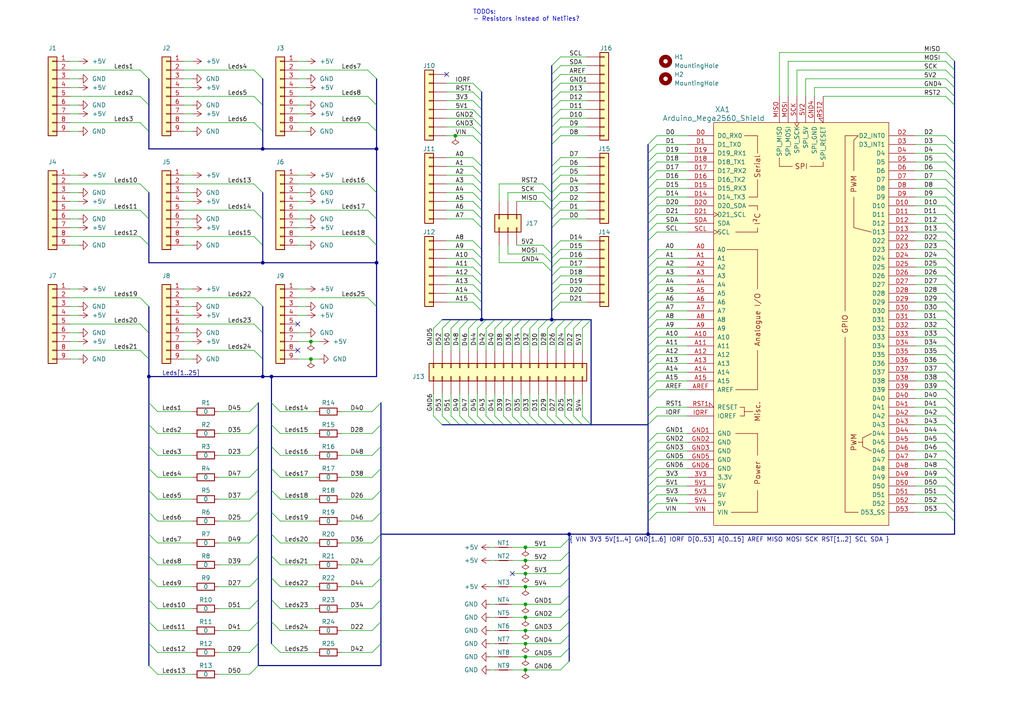
<source format=kicad_sch>
(kicad_sch (version 20211123) (generator eeschema)
  (paper "A4")
  (title_block (title "Mainboard") (comment 1 "${PROJECT}") (comment 2 "${PROJECT-URL}") (comment 3 "${GIT-COMMIT-HASH}") (comment 4 "${GIT-COMMIT-TAG}"))
  (junction (at 152.4 182.88))
  (junction (at 109.22 76.2))
  (junction (at 76.2 76.2))
  (junction (at 152.4 186.69))
  (junction (at 76.2 43.18))
  (junction (at 78.74 109.22))
  (junction (at 187.96 154.94))
  (junction (at 76.2 109.22))
  (junction (at 139.7 92.71))
  (junction (at 152.4 190.5))
  (junction (at 152.4 162.56))
  (junction (at 165.1 154.94))
  (junction (at 90.17 104.14))
  (junction (at 152.4 170.18))
  (junction (at 152.4 166.37))
  (junction (at 160.02 92.71))
  (junction (at 152.4 175.26))
  (junction (at 152.4 179.07))
  (junction (at 152.4 158.75))
  (junction (at 132.08 39.37))
  (junction (at 109.22 43.18))
  (junction (at 152.4 194.31))
  (junction (at 90.17 99.06))
  (junction (at 43.18 109.22))
  (no_connect (at 148.59 166.37))
  (no_connect (at 86.36 93.98))
  (no_connect (at 86.36 101.6))
  (no_connect (at 129.54 21.59))
  (bus_entry (at 78.74 173.99) (size 2.54 2.54))
  (bus_entry (at 78.74 135.89) (size 2.54 2.54))
  (bus_entry (at 274.32 52.07) (size 2.54 2.54))
  (bus_entry (at 274.32 130.81) (size 2.54 2.54))
  (bus_entry (at 137.16 31.75) (size 2.54 2.54))
  (bus_entry (at 162.56 16.51) (size -2.54 2.54))
  (bus_entry (at 162.56 69.85) (size -2.54 2.54))
  (bus_entry (at 40.64 86.36) (size 2.54 2.54))
  (bus_entry (at 40.64 20.32) (size 2.54 2.54))
  (bus_entry (at 138.43 120.65) (size 2.54 2.54))
  (bus_entry (at 72.39 182.88) (size 2.54 -2.54))
  (bus_entry (at 187.96 54.61) (size 2.54 -2.54))
  (bus_entry (at 78.74 148.59) (size 2.54 2.54))
  (bus_entry (at 187.96 113.03) (size 2.54 -2.54))
  (bus_entry (at 107.95 125.73) (size 2.54 -2.54))
  (bus_entry (at 276.86 17.78) (size -2.54 -2.54))
  (bus_entry (at 43.18 129.54) (size 2.54 2.54))
  (bus_entry (at 40.64 68.58) (size 2.54 2.54))
  (bus_entry (at 137.16 58.42) (size 2.54 2.54))
  (bus_entry (at 274.32 80.01) (size 2.54 2.54))
  (bus_entry (at 274.32 120.65) (size 2.54 2.54))
  (bus_entry (at 73.66 68.58) (size 2.54 2.54))
  (bus_entry (at 43.18 116.84) (size 2.54 2.54))
  (bus_entry (at 187.96 95.25) (size 2.54 -2.54))
  (bus_entry (at 274.32 138.43) (size 2.54 2.54))
  (bus_entry (at 78.74 186.69) (size 2.54 2.54))
  (bus_entry (at 274.32 123.19) (size 2.54 2.54))
  (bus_entry (at 274.32 128.27) (size 2.54 2.54))
  (bus_entry (at 140.97 95.25) (size 2.54 -2.54))
  (bus_entry (at 125.73 120.65) (size 2.54 2.54))
  (bus_entry (at 73.66 101.6) (size 2.54 2.54))
  (bus_entry (at 165.1 176.53) (size -2.54 2.54))
  (bus_entry (at 274.32 90.17) (size 2.54 2.54))
  (bus_entry (at 166.37 120.65) (size 2.54 2.54))
  (bus_entry (at 143.51 120.65) (size 2.54 2.54))
  (bus_entry (at 162.56 45.72) (size -2.54 2.54))
  (bus_entry (at 128.27 120.65) (size 2.54 2.54))
  (bus_entry (at 274.32 54.61) (size 2.54 2.54))
  (bus_entry (at 165.1 163.83) (size -2.54 2.54))
  (bus_entry (at 78.74 161.29) (size 2.54 2.54))
  (bus_entry (at 274.32 46.99) (size 2.54 2.54))
  (bus_entry (at 274.32 87.63) (size 2.54 2.54))
  (bus_entry (at 274.32 64.77) (size 2.54 2.54))
  (bus_entry (at 274.32 118.11) (size 2.54 2.54))
  (bus_entry (at 187.96 120.65) (size 2.54 -2.54))
  (bus_entry (at 138.43 95.25) (size 2.54 -2.54))
  (bus_entry (at 274.32 41.91) (size 2.54 2.54))
  (bus_entry (at 274.32 107.95) (size 2.54 2.54))
  (bus_entry (at 160.02 60.96) (size -2.54 -2.54))
  (bus_entry (at 276.86 30.48) (size -2.54 -2.54))
  (bus_entry (at 187.96 57.15) (size 2.54 -2.54))
  (bus_entry (at 158.75 120.65) (size 2.54 2.54))
  (bus_entry (at 187.96 41.91) (size 2.54 -2.54))
  (bus_entry (at 72.39 125.73) (size 2.54 -2.54))
  (bus_entry (at 162.56 60.96) (size -2.54 2.54))
  (bus_entry (at 135.89 120.65) (size 2.54 2.54))
  (bus_entry (at 187.96 140.97) (size 2.54 -2.54))
  (bus_entry (at 73.66 86.36) (size 2.54 2.54))
  (bus_entry (at 140.97 120.65) (size 2.54 2.54))
  (bus_entry (at 274.32 77.47) (size 2.54 2.54))
  (bus_entry (at 187.96 97.79) (size 2.54 -2.54))
  (bus_entry (at 73.66 53.34) (size 2.54 2.54))
  (bus_entry (at 162.56 58.42) (size -2.54 2.54))
  (bus_entry (at 43.18 148.59) (size 2.54 2.54))
  (bus_entry (at 274.32 113.03) (size 2.54 2.54))
  (bus_entry (at 162.56 31.75) (size -2.54 2.54))
  (bus_entry (at 156.21 95.25) (size 2.54 -2.54))
  (bus_entry (at 130.81 95.25) (size 2.54 -2.54))
  (bus_entry (at 274.32 115.57) (size 2.54 2.54))
  (bus_entry (at 143.51 95.25) (size 2.54 -2.54))
  (bus_entry (at 168.91 95.25) (size 2.54 -2.54))
  (bus_entry (at 274.32 143.51) (size 2.54 2.54))
  (bus_entry (at 137.16 72.39) (size 2.54 2.54))
  (bus_entry (at 137.16 55.88) (size 2.54 2.54))
  (bus_entry (at 107.95 170.18) (size 2.54 -2.54))
  (bus_entry (at 162.56 26.67) (size -2.54 2.54))
  (bus_entry (at 274.32 62.23) (size 2.54 2.54))
  (bus_entry (at 274.32 125.73) (size 2.54 2.54))
  (bus_entry (at 107.95 182.88) (size 2.54 -2.54))
  (bus_entry (at 168.91 120.65) (size 2.54 2.54))
  (bus_entry (at 274.32 95.25) (size 2.54 2.54))
  (bus_entry (at 187.96 67.31) (size 2.54 -2.54))
  (bus_entry (at 151.13 120.65) (size 2.54 2.54))
  (bus_entry (at 72.39 138.43) (size 2.54 -2.54))
  (bus_entry (at 187.96 77.47) (size 2.54 -2.54))
  (bus_entry (at 162.56 29.21) (size -2.54 2.54))
  (bus_entry (at 137.16 29.21) (size 2.54 2.54))
  (bus_entry (at 165.1 156.21) (size -2.54 2.54))
  (bus_entry (at 187.96 100.33) (size 2.54 -2.54))
  (bus_entry (at 274.32 85.09) (size 2.54 2.54))
  (bus_entry (at 163.83 95.25) (size 2.54 -2.54))
  (bus_entry (at 107.95 119.38) (size 2.54 -2.54))
  (bus_entry (at 162.56 24.13) (size -2.54 2.54))
  (bus_entry (at 187.96 130.81) (size 2.54 -2.54))
  (bus_entry (at 153.67 95.25) (size 2.54 -2.54))
  (bus_entry (at 73.66 60.96) (size 2.54 2.54))
  (bus_entry (at 187.96 135.89) (size 2.54 -2.54))
  (bus_entry (at 137.16 60.96) (size 2.54 2.54))
  (bus_entry (at 274.32 82.55) (size 2.54 2.54))
  (bus_entry (at 187.96 146.05) (size 2.54 -2.54))
  (bus_entry (at 274.32 133.35) (size 2.54 2.54))
  (bus_entry (at 137.16 63.5) (size 2.54 2.54))
  (bus_entry (at 274.32 102.87) (size 2.54 2.54))
  (bus_entry (at 73.66 93.98) (size 2.54 2.54))
  (bus_entry (at 133.35 95.25) (size 2.54 -2.54))
  (bus_entry (at 73.66 20.32) (size 2.54 2.54))
  (bus_entry (at 137.16 50.8) (size 2.54 2.54))
  (bus_entry (at 187.96 115.57) (size 2.54 -2.54))
  (bus_entry (at 137.16 45.72) (size 2.54 2.54))
  (bus_entry (at 165.1 160.02) (size -2.54 2.54))
  (bus_entry (at 137.16 82.55) (size 2.54 2.54))
  (bus_entry (at 274.32 110.49) (size 2.54 2.54))
  (bus_entry (at 187.96 87.63) (size 2.54 -2.54))
  (bus_entry (at 137.16 77.47) (size 2.54 2.54))
  (bus_entry (at 43.18 123.19) (size 2.54 2.54))
  (bus_entry (at 106.68 53.34) (size 2.54 2.54))
  (bus_entry (at 106.68 68.58) (size 2.54 2.54))
  (bus_entry (at 187.96 44.45) (size 2.54 -2.54))
  (bus_entry (at 148.59 95.25) (size 2.54 -2.54))
  (bus_entry (at 274.32 57.15) (size 2.54 2.54))
  (bus_entry (at 162.56 50.8) (size -2.54 2.54))
  (bus_entry (at 40.64 101.6) (size 2.54 2.54))
  (bus_entry (at 276.86 27.94) (size -2.54 -2.54))
  (bus_entry (at 40.64 93.98) (size 2.54 2.54))
  (bus_entry (at 187.96 64.77) (size 2.54 -2.54))
  (bus_entry (at 187.96 52.07) (size 2.54 -2.54))
  (bus_entry (at 72.39 144.78) (size 2.54 -2.54))
  (bus_entry (at 165.1 191.77) (size -2.54 2.54))
  (bus_entry (at 166.37 95.25) (size 2.54 -2.54))
  (bus_entry (at 78.74 167.64) (size 2.54 2.54))
  (bus_entry (at 72.39 195.58) (size 2.54 -2.54))
  (bus_entry (at 146.05 120.65) (size 2.54 2.54))
  (bus_entry (at 137.16 74.93) (size 2.54 2.54))
  (bus_entry (at 43.18 154.94) (size 2.54 2.54))
  (bus_entry (at 107.95 176.53) (size 2.54 -2.54))
  (bus_entry (at 187.96 123.19) (size 2.54 -2.54))
  (bus_entry (at 161.29 95.25) (size 2.54 -2.54))
  (bus_entry (at 162.56 19.05) (size -2.54 2.54))
  (bus_entry (at 137.16 39.37) (size 2.54 2.54))
  (bus_entry (at 43.18 135.89) (size 2.54 2.54))
  (bus_entry (at 72.39 119.38) (size 2.54 -2.54))
  (bus_entry (at 137.16 36.83) (size 2.54 2.54))
  (bus_entry (at 106.68 86.36) (size 2.54 2.54))
  (bus_entry (at 125.73 95.25) (size 2.54 -2.54))
  (bus_entry (at 187.96 128.27) (size 2.54 -2.54))
  (bus_entry (at 162.56 63.5) (size -2.54 2.54))
  (bus_entry (at 162.56 82.55) (size -2.54 2.54))
  (bus_entry (at 137.16 80.01) (size 2.54 2.54))
  (bus_entry (at 274.32 49.53) (size 2.54 2.54))
  (bus_entry (at 187.96 46.99) (size 2.54 -2.54))
  (bus_entry (at 274.32 72.39) (size 2.54 2.54))
  (bus_entry (at 160.02 76.2) (size -2.54 -2.54))
  (bus_entry (at 187.96 138.43) (size 2.54 -2.54))
  (bus_entry (at 107.95 132.08) (size 2.54 -2.54))
  (bus_entry (at 128.27 95.25) (size 2.54 -2.54))
  (bus_entry (at 165.1 172.72) (size -2.54 2.54))
  (bus_entry (at 78.74 129.54) (size 2.54 2.54))
  (bus_entry (at 187.96 80.01) (size 2.54 -2.54))
  (bus_entry (at 187.96 143.51) (size 2.54 -2.54))
  (bus_entry (at 187.96 148.59) (size 2.54 -2.54))
  (bus_entry (at 43.18 161.29) (size 2.54 2.54))
  (bus_entry (at 43.18 193.04) (size 2.54 2.54))
  (bus_entry (at 274.32 148.59) (size 2.54 2.54))
  (bus_entry (at 274.32 140.97) (size 2.54 2.54))
  (bus_entry (at 43.18 142.24) (size 2.54 2.54))
  (bus_entry (at 274.32 59.69) (size 2.54 2.54))
  (bus_entry (at 72.39 157.48) (size 2.54 -2.54))
  (bus_entry (at 137.16 53.34) (size 2.54 2.54))
  (bus_entry (at 274.32 39.37) (size 2.54 2.54))
  (bus_entry (at 160.02 73.66) (size -2.54 -2.54))
  (bus_entry (at 274.32 74.93) (size 2.54 2.54))
  (bus_entry (at 162.56 21.59) (size -2.54 2.54))
  (bus_entry (at 72.39 176.53) (size 2.54 -2.54))
  (bus_entry (at 274.32 146.05) (size 2.54 2.54))
  (bus_entry (at 162.56 55.88) (size -2.54 2.54))
  (bus_entry (at 187.96 90.17) (size 2.54 -2.54))
  (bus_entry (at 187.96 92.71) (size 2.54 -2.54))
  (bus_entry (at 162.56 39.37) (size -2.54 2.54))
  (bus_entry (at 78.74 142.24) (size 2.54 2.54))
  (bus_entry (at 78.74 123.19) (size 2.54 2.54))
  (bus_entry (at 187.96 110.49) (size 2.54 -2.54))
  (bus_entry (at 130.81 120.65) (size 2.54 2.54))
  (bus_entry (at 274.32 135.89) (size 2.54 2.54))
  (bus_entry (at 137.16 26.67) (size 2.54 2.54))
  (bus_entry (at 187.96 74.93) (size 2.54 -2.54))
  (bus_entry (at 162.56 85.09) (size -2.54 2.54))
  (bus_entry (at 274.32 97.79) (size 2.54 2.54))
  (bus_entry (at 78.74 116.84) (size 2.54 2.54))
  (bus_entry (at 274.32 69.85) (size 2.54 2.54))
  (bus_entry (at 106.68 27.94) (size 2.54 2.54))
  (bus_entry (at 187.96 85.09) (size 2.54 -2.54))
  (bus_entry (at 187.96 82.55) (size 2.54 -2.54))
  (bus_entry (at 72.39 151.13) (size 2.54 -2.54))
  (bus_entry (at 107.95 157.48) (size 2.54 -2.54))
  (bus_entry (at 40.64 60.96) (size 2.54 2.54))
  (bus_entry (at 40.64 53.34) (size 2.54 2.54))
  (bus_entry (at 43.18 186.69) (size 2.54 2.54))
  (bus_entry (at 73.66 35.56) (size 2.54 2.54))
  (bus_entry (at 40.64 35.56) (size 2.54 2.54))
  (bus_entry (at 137.16 85.09) (size 2.54 2.54))
  (bus_entry (at 274.32 44.45) (size 2.54 2.54))
  (bus_entry (at 148.59 120.65) (size 2.54 2.54))
  (bus_entry (at 274.32 100.33) (size 2.54 2.54))
  (bus_entry (at 40.64 27.94) (size 2.54 2.54))
  (bus_entry (at 276.86 22.86) (size -2.54 -2.54))
  (bus_entry (at 73.66 27.94) (size 2.54 2.54))
  (bus_entry (at 162.56 77.47) (size -2.54 2.54))
  (bus_entry (at 160.02 55.88) (size -2.54 -2.54))
  (bus_entry (at 78.74 154.94) (size 2.54 2.54))
  (bus_entry (at 162.56 53.34) (size -2.54 2.54))
  (bus_entry (at 162.56 80.01) (size -2.54 2.54))
  (bus_entry (at 162.56 34.29) (size -2.54 2.54))
  (bus_entry (at 162.56 72.39) (size -2.54 2.54))
  (bus_entry (at 187.96 133.35) (size 2.54 -2.54))
  (bus_entry (at 137.16 69.85) (size 2.54 2.54))
  (bus_entry (at 161.29 120.65) (size 2.54 2.54))
  (bus_entry (at 43.18 180.34) (size 2.54 2.54))
  (bus_entry (at 72.39 163.83) (size 2.54 -2.54))
  (bus_entry (at 187.96 59.69) (size 2.54 -2.54))
  (bus_entry (at 187.96 105.41) (size 2.54 -2.54))
  (bus_entry (at 133.35 120.65) (size 2.54 2.54))
  (bus_entry (at 107.95 163.83) (size 2.54 -2.54))
  (bus_entry (at 107.95 144.78) (size 2.54 -2.54))
  (bus_entry (at 165.1 180.34) (size -2.54 2.54))
  (bus_entry (at 43.18 173.99) (size 2.54 2.54))
  (bus_entry (at 158.75 95.25) (size 2.54 -2.54))
  (bus_entry (at 106.68 35.56) (size 2.54 2.54))
  (bus_entry (at 160.02 58.42) (size -2.54 -2.54))
  (bus_entry (at 137.16 87.63) (size 2.54 2.54))
  (bus_entry (at 276.86 20.32) (size -2.54 -2.54))
  (bus_entry (at 107.95 151.13) (size 2.54 -2.54))
  (bus_entry (at 43.18 167.64) (size 2.54 2.54))
  (bus_entry (at 146.05 95.25) (size 2.54 -2.54))
  (bus_entry (at 187.96 107.95) (size 2.54 -2.54))
  (bus_entry (at 187.96 62.23) (size 2.54 -2.54))
  (bus_entry (at 165.1 184.15) (size -2.54 2.54))
  (bus_entry (at 135.89 95.25) (size 2.54 -2.54))
  (bus_entry (at 274.32 92.71) (size 2.54 2.54))
  (bus_entry (at 151.13 95.25) (size 2.54 -2.54))
  (bus_entry (at 165.1 167.64) (size -2.54 2.54))
  (bus_entry (at 162.56 48.26) (size -2.54 2.54))
  (bus_entry (at 274.32 105.41) (size 2.54 2.54))
  (bus_entry (at 137.16 48.26) (size 2.54 2.54))
  (bus_entry (at 162.56 36.83) (size -2.54 2.54))
  (bus_entry (at 107.95 189.23) (size 2.54 -2.54))
  (bus_entry (at 153.67 120.65) (size 2.54 2.54))
  (bus_entry (at 72.39 170.18) (size 2.54 -2.54))
  (bus_entry (at 187.96 49.53) (size 2.54 -2.54))
  (bus_entry (at 187.96 102.87) (size 2.54 -2.54))
  (bus_entry (at 187.96 151.13) (size 2.54 -2.54))
  (bus_entry (at 106.68 20.32) (size 2.54 2.54))
  (bus_entry (at 137.16 34.29) (size 2.54 2.54))
  (bus_entry (at 160.02 78.74) (size -2.54 -2.54))
  (bus_entry (at 78.74 180.34) (size 2.54 2.54))
  (bus_entry (at 162.56 87.63) (size -2.54 2.54))
  (bus_entry (at 274.32 67.31) (size 2.54 2.54))
  (bus_entry (at 276.86 25.4) (size -2.54 -2.54))
  (bus_entry (at 156.21 120.65) (size 2.54 2.54))
  (bus_entry (at 165.1 187.96) (size -2.54 2.54))
  (bus_entry (at 72.39 132.08) (size 2.54 -2.54))
  (bus_entry (at 162.56 74.93) (size -2.54 2.54))
  (bus_entry (at 163.83 120.65) (size 2.54 2.54))
  (bus_entry (at 107.95 138.43) (size 2.54 -2.54))
  (bus_entry (at 106.68 60.96) (size 2.54 2.54))
  (bus_entry (at 72.39 189.23) (size 2.54 -2.54))
  (bus_entry (at 137.16 24.13) (size 2.54 2.54))
  (bus_entry (at 187.96 69.85) (size 2.54 -2.54))
  (bus (pts (xy 276.86 105.41) (xy 276.86 107.95)))
  (wire (pts (xy 265.43 128.27) (xy 274.32 128.27)))
  (bus (pts (xy 110.49 154.94) (xy 110.49 161.29)))
  (wire (pts (xy 158.75 95.25) (xy 158.75 101.6)))
  (bus (pts (xy 78.74 161.29) (xy 78.74 167.64)))
  (wire (pts (xy 190.5 44.45) (xy 199.39 44.45)))
  (bus (pts (xy 276.86 30.48) (xy 276.86 41.91)))
  (wire (pts (xy 265.43 80.01) (xy 274.32 80.01)))
  (bus (pts (xy 163.83 92.71) (xy 166.37 92.71)))
  (bus (pts (xy 276.86 113.03) (xy 276.86 115.57)))
  (wire (pts (xy 162.56 53.34) (xy 170.18 53.34)))
  (wire (pts (xy 265.43 54.61) (xy 274.32 54.61)))
  (wire (pts (xy 265.43 95.25) (xy 274.32 95.25)))
  (wire (pts (xy 265.43 97.79) (xy 274.32 97.79)))
  (wire (pts (xy 144.78 76.2) (xy 157.48 76.2)))
  (wire (pts (xy 148.59 162.56) (xy 152.4 162.56)))
  (wire (pts (xy 107.95 138.43) (xy 99.06 138.43)))
  (bus (pts (xy 110.49 129.54) (xy 110.49 135.89)))
  (bus (pts (xy 151.13 92.71) (xy 148.59 92.71)))
  (wire (pts (xy 265.43 92.71) (xy 274.32 92.71)))
  (bus (pts (xy 139.7 50.8) (xy 139.7 53.34)))
  (wire (pts (xy 63.5 151.13) (xy 72.39 151.13)))
  (bus (pts (xy 74.93 116.84) (xy 74.93 123.19)))
  (wire (pts (xy 45.72 176.53) (xy 55.88 176.53)))
  (bus (pts (xy 165.1 176.53) (xy 165.1 180.34)))
  (wire (pts (xy 265.43 135.89) (xy 274.32 135.89)))
  (wire (pts (xy 20.32 60.96) (xy 40.64 60.96)))
  (wire (pts (xy 20.32 99.06) (xy 22.86 99.06)))
  (bus (pts (xy 74.93 161.29) (xy 74.93 167.64)))
  (bus (pts (xy 139.7 85.09) (xy 139.7 87.63)))
  (bus (pts (xy 110.49 167.64) (xy 110.49 173.99)))
  (wire (pts (xy 129.54 77.47) (xy 137.16 77.47)))
  (bus (pts (xy 74.93 129.54) (xy 74.93 135.89)))
  (wire (pts (xy 152.4 194.31) (xy 162.56 194.31)))
  (bus (pts (xy 78.74 123.19) (xy 78.74 129.54)))
  (wire (pts (xy 168.91 114.3) (xy 168.91 120.65)))
  (bus (pts (xy 160.02 26.67) (xy 160.02 29.21)))
  (wire (pts (xy 45.72 163.83) (xy 55.88 163.83)))
  (wire (pts (xy 190.5 82.55) (xy 199.39 82.55)))
  (wire (pts (xy 265.43 138.43) (xy 274.32 138.43)))
  (wire (pts (xy 148.59 190.5) (xy 152.4 190.5)))
  (bus (pts (xy 43.18 88.9) (xy 43.18 96.52)))
  (wire (pts (xy 45.72 195.58) (xy 55.88 195.58)))
  (bus (pts (xy 128.27 123.19) (xy 130.81 123.19)))
  (bus (pts (xy 276.86 87.63) (xy 276.86 90.17)))
  (bus (pts (xy 74.93 180.34) (xy 74.93 186.69)))
  (wire (pts (xy 162.56 45.72) (xy 170.18 45.72)))
  (bus (pts (xy 187.96 143.51) (xy 187.96 146.05)))
  (bus (pts (xy 139.7 34.29) (xy 139.7 36.83)))
  (bus (pts (xy 109.22 30.48) (xy 109.22 38.1)))
  (wire (pts (xy 162.56 80.01) (xy 170.18 80.01)))
  (bus (pts (xy 161.29 92.71) (xy 160.02 92.71)))
  (bus (pts (xy 276.86 62.23) (xy 276.86 64.77)))
  (wire (pts (xy 20.32 88.9) (xy 22.86 88.9)))
  (bus (pts (xy 165.1 163.83) (xy 165.1 167.64)))
  (wire (pts (xy 45.72 151.13) (xy 55.88 151.13)))
  (wire (pts (xy 190.5 107.95) (xy 199.39 107.95)))
  (wire (pts (xy 265.43 44.45) (xy 274.32 44.45)))
  (wire (pts (xy 190.5 138.43) (xy 199.39 138.43)))
  (bus (pts (xy 160.02 34.29) (xy 160.02 36.83)))
  (bus (pts (xy 166.37 123.19) (xy 168.91 123.19)))
  (wire (pts (xy 45.72 125.73) (xy 55.88 125.73)))
  (bus (pts (xy 135.89 92.71) (xy 138.43 92.71)))
  (bus (pts (xy 43.18 43.18) (xy 76.2 43.18)))
  (wire (pts (xy 81.28 176.53) (xy 91.44 176.53)))
  (bus (pts (xy 276.86 102.87) (xy 276.86 105.41)))
  (wire (pts (xy 162.56 34.29) (xy 170.18 34.29)))
  (bus (pts (xy 165.1 167.64) (xy 165.1 172.72)))
  (bus (pts (xy 160.02 24.13) (xy 160.02 26.67)))
  (bus (pts (xy 133.35 123.19) (xy 135.89 123.19)))
  (wire (pts (xy 20.32 33.02) (xy 22.86 33.02)))
  (bus (pts (xy 109.22 76.2) (xy 109.22 88.9)))
  (bus (pts (xy 276.86 151.13) (xy 276.86 154.94)))
  (wire (pts (xy 265.43 143.51) (xy 274.32 143.51)))
  (wire (pts (xy 129.54 63.5) (xy 137.16 63.5)))
  (wire (pts (xy 146.05 114.3) (xy 146.05 120.65)))
  (wire (pts (xy 81.28 170.18) (xy 91.44 170.18)))
  (bus (pts (xy 160.02 87.63) (xy 160.02 90.17)))
  (bus (pts (xy 187.96 77.47) (xy 187.96 80.01)))
  (wire (pts (xy 162.56 19.05) (xy 170.18 19.05)))
  (wire (pts (xy 156.21 114.3) (xy 156.21 120.65)))
  (wire (pts (xy 265.43 85.09) (xy 274.32 85.09)))
  (bus (pts (xy 74.93 173.99) (xy 74.93 180.34)))
  (bus (pts (xy 276.86 97.79) (xy 276.86 100.33)))
  (bus (pts (xy 187.96 107.95) (xy 187.96 110.49)))
  (wire (pts (xy 63.5 138.43) (xy 72.39 138.43)))
  (bus (pts (xy 78.74 154.94) (xy 78.74 161.29)))
  (bus (pts (xy 166.37 92.71) (xy 168.91 92.71)))
  (wire (pts (xy 53.34 68.58) (xy 73.66 68.58)))
  (wire (pts (xy 158.75 114.3) (xy 158.75 120.65)))
  (wire (pts (xy 156.21 95.25) (xy 156.21 101.6)))
  (wire (pts (xy 162.56 58.42) (xy 170.18 58.42)))
  (bus (pts (xy 160.02 21.59) (xy 160.02 24.13)))
  (bus (pts (xy 276.86 46.99) (xy 276.86 49.53)))
  (wire (pts (xy 129.54 31.75) (xy 137.16 31.75)))
  (wire (pts (xy 190.5 120.65) (xy 199.39 120.65)))
  (bus (pts (xy 160.02 63.5) (xy 160.02 66.04)))
  (wire (pts (xy 20.32 25.4) (xy 22.86 25.4)))
  (bus (pts (xy 74.93 135.89) (xy 74.93 142.24)))
  (bus (pts (xy 109.22 43.18) (xy 109.22 55.88)))
  (bus (pts (xy 187.96 90.17) (xy 187.96 92.71)))
  (wire (pts (xy 162.56 36.83) (xy 170.18 36.83)))
  (bus (pts (xy 139.7 31.75) (xy 139.7 34.29)))
  (bus (pts (xy 187.96 46.99) (xy 187.96 49.53)))
  (wire (pts (xy 45.72 138.43) (xy 55.88 138.43)))
  (bus (pts (xy 276.86 100.33) (xy 276.86 102.87)))
  (bus (pts (xy 109.22 22.86) (xy 109.22 30.48)))
  (bus (pts (xy 165.1 180.34) (xy 165.1 184.15)))
  (bus (pts (xy 43.18 55.88) (xy 43.18 63.5)))
  (wire (pts (xy 133.35 114.3) (xy 133.35 120.65)))
  (wire (pts (xy 236.22 27.94) (xy 236.22 25.4)))
  (wire (pts (xy 140.97 114.3) (xy 140.97 120.65)))
  (wire (pts (xy 148.59 179.07) (xy 152.4 179.07)))
  (bus (pts (xy 160.02 74.93) (xy 160.02 76.2)))
  (bus (pts (xy 276.86 110.49) (xy 276.86 113.03)))
  (wire (pts (xy 86.36 63.5) (xy 88.9 63.5)))
  (bus (pts (xy 78.74 142.24) (xy 78.74 148.59)))
  (bus (pts (xy 276.86 54.61) (xy 276.86 57.15)))
  (bus (pts (xy 163.83 123.19) (xy 166.37 123.19)))
  (wire (pts (xy 129.54 34.29) (xy 137.16 34.29)))
  (wire (pts (xy 163.83 95.25) (xy 163.83 101.6)))
  (wire (pts (xy 152.4 186.69) (xy 162.56 186.69)))
  (bus (pts (xy 110.49 161.29) (xy 110.49 167.64)))
  (wire (pts (xy 20.32 66.04) (xy 22.86 66.04)))
  (wire (pts (xy 265.43 59.69) (xy 274.32 59.69)))
  (bus (pts (xy 160.02 19.05) (xy 160.02 21.59)))
  (wire (pts (xy 63.5 195.58) (xy 72.39 195.58)))
  (wire (pts (xy 99.06 151.13) (xy 107.95 151.13)))
  (bus (pts (xy 276.86 148.59) (xy 276.86 151.13)))
  (bus (pts (xy 76.2 63.5) (xy 76.2 71.12)))
  (bus (pts (xy 43.18 173.99) (xy 43.18 180.34)))
  (bus (pts (xy 130.81 123.19) (xy 133.35 123.19)))
  (bus (pts (xy 153.67 123.19) (xy 156.21 123.19)))
  (bus (pts (xy 187.96 44.45) (xy 187.96 46.99)))
  (wire (pts (xy 151.13 114.3) (xy 151.13 120.65)))
  (bus (pts (xy 130.81 92.71) (xy 133.35 92.71)))
  (wire (pts (xy 190.5 130.81) (xy 199.39 130.81)))
  (wire (pts (xy 53.34 104.14) (xy 55.88 104.14)))
  (bus (pts (xy 160.02 92.71) (xy 158.75 92.71)))
  (wire (pts (xy 148.59 114.3) (xy 148.59 120.65)))
  (wire (pts (xy 86.36 30.48) (xy 88.9 30.48)))
  (bus (pts (xy 187.96 92.71) (xy 187.96 95.25)))
  (wire (pts (xy 190.5 128.27) (xy 199.39 128.27)))
  (bus (pts (xy 160.02 66.04) (xy 160.02 72.39)))
  (bus (pts (xy 276.86 49.53) (xy 276.86 52.07)))
  (bus (pts (xy 187.96 97.79) (xy 187.96 100.33)))
  (wire (pts (xy 143.51 194.31) (xy 142.24 194.31)))
  (wire (pts (xy 86.36 99.06) (xy 90.17 99.06)))
  (bus (pts (xy 110.49 180.34) (xy 110.49 186.69)))
  (bus (pts (xy 276.86 140.97) (xy 276.86 143.51)))
  (wire (pts (xy 143.51 162.56) (xy 142.24 162.56)))
  (bus (pts (xy 160.02 77.47) (xy 160.02 78.74)))
  (wire (pts (xy 190.5 46.99) (xy 199.39 46.99)))
  (bus (pts (xy 187.96 115.57) (xy 187.96 120.65)))
  (wire (pts (xy 152.4 158.75) (xy 162.56 158.75)))
  (wire (pts (xy 190.5 95.25) (xy 199.39 95.25)))
  (wire (pts (xy 265.43 146.05) (xy 274.32 146.05)))
  (wire (pts (xy 20.32 55.88) (xy 22.86 55.88)))
  (wire (pts (xy 190.5 97.79) (xy 199.39 97.79)))
  (wire (pts (xy 53.34 60.96) (xy 73.66 60.96)))
  (bus (pts (xy 139.7 74.93) (xy 139.7 77.47)))
  (bus (pts (xy 187.96 148.59) (xy 187.96 151.13)))
  (bus (pts (xy 160.02 60.96) (xy 160.02 63.5)))
  (wire (pts (xy 63.5 170.18) (xy 72.39 170.18)))
  (wire (pts (xy 143.51 158.75) (xy 142.24 158.75)))
  (bus (pts (xy 168.91 123.19) (xy 171.45 123.19)))
  (bus (pts (xy 160.02 76.2) (xy 160.02 77.47)))
  (bus (pts (xy 43.18 167.64) (xy 43.18 173.99)))
  (bus (pts (xy 78.74 116.84) (xy 78.74 123.19)))
  (bus (pts (xy 139.7 29.21) (xy 139.7 31.75)))
  (wire (pts (xy 152.4 182.88) (xy 162.56 182.88)))
  (wire (pts (xy 99.06 125.73) (xy 107.95 125.73)))
  (wire (pts (xy 161.29 114.3) (xy 161.29 120.65)))
  (wire (pts (xy 53.34 27.94) (xy 73.66 27.94)))
  (wire (pts (xy 265.43 41.91) (xy 274.32 41.91)))
  (wire (pts (xy 162.56 16.51) (xy 170.18 16.51)))
  (wire (pts (xy 265.43 52.07) (xy 274.32 52.07)))
  (wire (pts (xy 99.06 157.48) (xy 107.95 157.48)))
  (bus (pts (xy 139.7 36.83) (xy 139.7 39.37)))
  (wire (pts (xy 147.32 55.88) (xy 157.48 55.88)))
  (bus (pts (xy 78.74 135.89) (xy 78.74 142.24)))
  (bus (pts (xy 276.86 143.51) (xy 276.86 146.05)))
  (wire (pts (xy 190.5 72.39) (xy 199.39 72.39)))
  (bus (pts (xy 139.7 53.34) (xy 139.7 55.88)))
  (bus (pts (xy 110.49 116.84) (xy 110.49 123.19)))
  (bus (pts (xy 187.96 41.91) (xy 187.96 44.45)))
  (wire (pts (xy 190.5 57.15) (xy 199.39 57.15)))
  (bus (pts (xy 146.05 123.19) (xy 148.59 123.19)))
  (wire (pts (xy 81.28 151.13) (xy 91.44 151.13)))
  (bus (pts (xy 187.96 133.35) (xy 187.96 135.89)))
  (bus (pts (xy 128.27 92.71) (xy 130.81 92.71)))
  (wire (pts (xy 53.34 71.12) (xy 55.88 71.12)))
  (bus (pts (xy 74.93 148.59) (xy 74.93 154.94)))
  (wire (pts (xy 190.5 125.73) (xy 199.39 125.73)))
  (wire (pts (xy 99.06 182.88) (xy 107.95 182.88)))
  (wire (pts (xy 168.91 95.25) (xy 168.91 101.6)))
  (bus (pts (xy 43.18 76.2) (xy 76.2 76.2)))
  (bus (pts (xy 43.18 116.84) (xy 43.18 123.19)))
  (wire (pts (xy 166.37 95.25) (xy 166.37 101.6)))
  (wire (pts (xy 148.59 158.75) (xy 152.4 158.75)))
  (wire (pts (xy 20.32 68.58) (xy 40.64 68.58)))
  (wire (pts (xy 190.5 135.89) (xy 199.39 135.89)))
  (bus (pts (xy 161.29 92.71) (xy 163.83 92.71)))
  (bus (pts (xy 276.86 123.19) (xy 276.86 125.73)))
  (bus (pts (xy 165.1 172.72) (xy 165.1 176.53)))
  (wire (pts (xy 86.36 22.86) (xy 88.9 22.86)))
  (wire (pts (xy 162.56 87.63) (xy 170.18 87.63)))
  (wire (pts (xy 63.5 119.38) (xy 72.39 119.38)))
  (wire (pts (xy 20.32 38.1) (xy 22.86 38.1)))
  (bus (pts (xy 109.22 71.12) (xy 109.22 76.2)))
  (wire (pts (xy 265.43 64.77) (xy 274.32 64.77)))
  (bus (pts (xy 276.86 90.17) (xy 276.86 92.71)))
  (wire (pts (xy 125.73 95.25) (xy 125.73 101.6)))
  (bus (pts (xy 187.96 80.01) (xy 187.96 82.55)))
  (wire (pts (xy 86.36 83.82) (xy 88.9 83.82)))
  (wire (pts (xy 86.36 104.14) (xy 90.17 104.14)))
  (bus (pts (xy 276.86 118.11) (xy 276.86 120.65)))
  (wire (pts (xy 45.72 189.23) (xy 55.88 189.23)))
  (wire (pts (xy 20.32 96.52) (xy 22.86 96.52)))
  (wire (pts (xy 133.35 95.25) (xy 133.35 101.6)))
  (wire (pts (xy 129.54 55.88) (xy 137.16 55.88)))
  (bus (pts (xy 139.7 77.47) (xy 139.7 80.01)))
  (bus (pts (xy 43.18 22.86) (xy 43.18 30.48)))
  (wire (pts (xy 190.5 113.03) (xy 199.39 113.03)))
  (wire (pts (xy 90.17 99.06) (xy 92.71 99.06)))
  (wire (pts (xy 265.43 107.95) (xy 274.32 107.95)))
  (bus (pts (xy 139.7 92.71) (xy 140.97 92.71)))
  (bus (pts (xy 187.96 135.89) (xy 187.96 138.43)))
  (wire (pts (xy 130.81 95.25) (xy 130.81 101.6)))
  (bus (pts (xy 165.1 154.94) (xy 187.96 154.94)))
  (bus (pts (xy 276.86 57.15) (xy 276.86 59.69)))
  (wire (pts (xy 265.43 115.57) (xy 274.32 115.57)))
  (bus (pts (xy 110.49 142.24) (xy 110.49 148.59)))
  (bus (pts (xy 43.18 161.29) (xy 43.18 167.64)))
  (bus (pts (xy 139.7 26.67) (xy 139.7 29.21)))
  (wire (pts (xy 265.43 130.81) (xy 274.32 130.81)))
  (wire (pts (xy 20.32 27.94) (xy 40.64 27.94)))
  (bus (pts (xy 276.86 146.05) (xy 276.86 148.59)))
  (wire (pts (xy 190.5 133.35) (xy 199.39 133.35)))
  (wire (pts (xy 90.17 104.14) (xy 92.71 104.14)))
  (wire (pts (xy 86.36 86.36) (xy 106.68 86.36)))
  (bus (pts (xy 110.49 193.04) (xy 110.49 186.69)))
  (wire (pts (xy 265.43 105.41) (xy 274.32 105.41)))
  (bus (pts (xy 187.96 130.81) (xy 187.96 133.35)))
  (wire (pts (xy 143.51 175.26) (xy 142.24 175.26)))
  (bus (pts (xy 187.96 67.31) (xy 187.96 69.85)))
  (wire (pts (xy 162.56 63.5) (xy 170.18 63.5)))
  (bus (pts (xy 43.18 129.54) (xy 43.18 135.89)))
  (wire (pts (xy 157.48 73.66) (xy 147.32 73.66)))
  (bus (pts (xy 78.74 109.22) (xy 109.22 109.22)))
  (bus (pts (xy 276.86 138.43) (xy 276.86 140.97)))
  (bus (pts (xy 276.86 95.25) (xy 276.86 97.79)))
  (wire (pts (xy 138.43 114.3) (xy 138.43 120.65)))
  (wire (pts (xy 265.43 133.35) (xy 274.32 133.35)))
  (bus (pts (xy 160.02 39.37) (xy 160.02 41.91)))
  (wire (pts (xy 146.05 95.25) (xy 146.05 101.6)))
  (wire (pts (xy 129.54 58.42) (xy 137.16 58.42)))
  (bus (pts (xy 187.96 85.09) (xy 187.96 87.63)))
  (wire (pts (xy 86.36 91.44) (xy 88.9 91.44)))
  (wire (pts (xy 53.34 83.82) (xy 55.88 83.82)))
  (wire (pts (xy 190.5 105.41) (xy 199.39 105.41)))
  (wire (pts (xy 190.5 146.05) (xy 199.39 146.05)))
  (bus (pts (xy 76.2 55.88) (xy 76.2 63.5)))
  (wire (pts (xy 86.36 53.34) (xy 106.68 53.34)))
  (bus (pts (xy 76.2 109.22) (xy 78.74 109.22)))
  (wire (pts (xy 129.54 48.26) (xy 137.16 48.26)))
  (bus (pts (xy 276.86 25.4) (xy 276.86 27.94)))
  (wire (pts (xy 86.36 60.96) (xy 106.68 60.96)))
  (wire (pts (xy 129.54 74.93) (xy 137.16 74.93)))
  (wire (pts (xy 231.14 20.32) (xy 274.32 20.32)))
  (wire (pts (xy 53.34 91.44) (xy 55.88 91.44)))
  (bus (pts (xy 160.02 72.39) (xy 160.02 73.66)))
  (bus (pts (xy 43.18 38.1) (xy 43.18 43.18)))
  (bus (pts (xy 43.18 148.59) (xy 43.18 154.94)))
  (bus (pts (xy 171.45 123.19) (xy 187.96 123.19)))
  (wire (pts (xy 143.51 170.18) (xy 142.24 170.18)))
  (wire (pts (xy 143.51 190.5) (xy 142.24 190.5)))
  (wire (pts (xy 53.34 93.98) (xy 73.66 93.98)))
  (wire (pts (xy 53.34 33.02) (xy 55.88 33.02)))
  (wire (pts (xy 190.5 143.51) (xy 199.39 143.51)))
  (wire (pts (xy 63.5 189.23) (xy 72.39 189.23)))
  (wire (pts (xy 129.54 60.96) (xy 137.16 60.96)))
  (wire (pts (xy 162.56 55.88) (xy 170.18 55.88)))
  (bus (pts (xy 171.45 92.71) (xy 171.45 123.19)))
  (wire (pts (xy 190.5 90.17) (xy 199.39 90.17)))
  (bus (pts (xy 161.29 123.19) (xy 163.83 123.19)))
  (bus (pts (xy 187.96 123.19) (xy 187.96 128.27)))
  (wire (pts (xy 190.5 49.53) (xy 199.39 49.53)))
  (bus (pts (xy 187.96 52.07) (xy 187.96 54.61)))
  (wire (pts (xy 129.54 39.37) (xy 132.08 39.37)))
  (bus (pts (xy 160.02 41.91) (xy 160.02 48.26)))
  (wire (pts (xy 265.43 125.73) (xy 274.32 125.73)))
  (wire (pts (xy 81.28 132.08) (xy 91.44 132.08)))
  (wire (pts (xy 45.72 119.38) (xy 55.88 119.38)))
  (wire (pts (xy 265.43 100.33) (xy 274.32 100.33)))
  (wire (pts (xy 143.51 95.25) (xy 143.51 101.6)))
  (bus (pts (xy 160.02 80.01) (xy 160.02 82.55)))
  (wire (pts (xy 53.34 17.78) (xy 55.88 17.78)))
  (bus (pts (xy 139.7 39.37) (xy 139.7 41.91)))
  (bus (pts (xy 165.1 156.21) (xy 165.1 160.02)))
  (wire (pts (xy 148.59 182.88) (xy 152.4 182.88)))
  (wire (pts (xy 20.32 63.5) (xy 22.86 63.5)))
  (bus (pts (xy 110.49 173.99) (xy 110.49 180.34)))
  (bus (pts (xy 160.02 29.21) (xy 160.02 31.75)))
  (wire (pts (xy 20.32 53.34) (xy 40.64 53.34)))
  (bus (pts (xy 139.7 60.96) (xy 139.7 63.5)))
  (wire (pts (xy 140.97 95.25) (xy 140.97 101.6)))
  (wire (pts (xy 144.78 71.12) (xy 144.78 76.2)))
  (wire (pts (xy 128.27 95.25) (xy 128.27 101.6)))
  (wire (pts (xy 190.5 64.77) (xy 199.39 64.77)))
  (bus (pts (xy 276.86 74.93) (xy 276.86 77.47)))
  (bus (pts (xy 160.02 82.55) (xy 160.02 85.09)))
  (bus (pts (xy 76.2 30.48) (xy 76.2 38.1)))
  (bus (pts (xy 187.96 110.49) (xy 187.96 113.03)))
  (wire (pts (xy 143.51 186.69) (xy 142.24 186.69)))
  (bus (pts (xy 139.7 41.91) (xy 139.7 48.26)))
  (bus (pts (xy 139.7 90.17) (xy 139.7 92.71)))
  (bus (pts (xy 43.18 135.89) (xy 43.18 142.24)))
  (bus (pts (xy 74.93 186.69) (xy 74.93 193.04)))
  (wire (pts (xy 86.36 38.1) (xy 88.9 38.1)))
  (bus (pts (xy 165.1 187.96) (xy 165.1 191.77)))
  (wire (pts (xy 152.4 162.56) (xy 162.56 162.56)))
  (wire (pts (xy 233.68 22.86) (xy 274.32 22.86)))
  (bus (pts (xy 74.93 193.04) (xy 110.49 193.04)))
  (wire (pts (xy 190.5 140.97) (xy 199.39 140.97)))
  (wire (pts (xy 190.5 67.31) (xy 199.39 67.31)))
  (bus (pts (xy 276.86 107.95) (xy 276.86 110.49)))
  (wire (pts (xy 147.32 55.88) (xy 147.32 58.42)))
  (wire (pts (xy 265.43 46.99) (xy 274.32 46.99)))
  (wire (pts (xy 99.06 119.38) (xy 107.95 119.38)))
  (bus (pts (xy 110.49 135.89) (xy 110.49 142.24)))
  (bus (pts (xy 187.96 146.05) (xy 187.96 148.59)))
  (wire (pts (xy 20.32 22.86) (xy 22.86 22.86)))
  (bus (pts (xy 139.7 80.01) (xy 139.7 82.55)))
  (bus (pts (xy 187.96 151.13) (xy 187.96 154.94)))
  (bus (pts (xy 139.7 63.5) (xy 139.7 66.04)))
  (bus (pts (xy 138.43 92.71) (xy 139.7 92.71)))
  (bus (pts (xy 276.86 128.27) (xy 276.86 130.81)))
  (bus (pts (xy 160.02 36.83) (xy 160.02 39.37)))
  (bus (pts (xy 109.22 88.9) (xy 109.22 109.22)))
  (wire (pts (xy 86.36 55.88) (xy 88.9 55.88)))
  (bus (pts (xy 135.89 123.19) (xy 138.43 123.19)))
  (wire (pts (xy 99.06 170.18) (xy 107.95 170.18)))
  (wire (pts (xy 86.36 25.4) (xy 88.9 25.4)))
  (bus (pts (xy 139.7 66.04) (xy 139.7 72.39)))
  (wire (pts (xy 265.43 148.59) (xy 274.32 148.59)))
  (bus (pts (xy 109.22 63.5) (xy 109.22 71.12)))
  (bus (pts (xy 165.1 160.02) (xy 165.1 163.83)))
  (wire (pts (xy 20.32 91.44) (xy 22.86 91.44)))
  (wire (pts (xy 81.28 125.73) (xy 91.44 125.73)))
  (wire (pts (xy 81.28 189.23) (xy 91.44 189.23)))
  (wire (pts (xy 162.56 48.26) (xy 170.18 48.26)))
  (wire (pts (xy 152.4 179.07) (xy 162.56 179.07)))
  (wire (pts (xy 86.36 20.32) (xy 106.68 20.32)))
  (wire (pts (xy 162.56 69.85) (xy 170.18 69.85)))
  (wire (pts (xy 135.89 95.25) (xy 135.89 101.6)))
  (bus (pts (xy 276.86 69.85) (xy 276.86 72.39)))
  (bus (pts (xy 76.2 88.9) (xy 76.2 96.52)))
  (wire (pts (xy 86.36 27.94) (xy 106.68 27.94)))
  (bus (pts (xy 43.18 63.5) (xy 43.18 71.12)))
  (wire (pts (xy 190.5 85.09) (xy 199.39 85.09)))
  (wire (pts (xy 265.43 120.65) (xy 274.32 120.65)))
  (wire (pts (xy 20.32 30.48) (xy 22.86 30.48)))
  (wire (pts (xy 162.56 85.09) (xy 170.18 85.09)))
  (bus (pts (xy 143.51 92.71) (xy 140.97 92.71)))
  (wire (pts (xy 20.32 17.78) (xy 22.86 17.78)))
  (wire (pts (xy 129.54 53.34) (xy 137.16 53.34)))
  (wire (pts (xy 63.5 125.73) (xy 72.39 125.73)))
  (wire (pts (xy 45.72 170.18) (xy 55.88 170.18)))
  (wire (pts (xy 148.59 170.18) (xy 152.4 170.18)))
  (bus (pts (xy 187.96 154.94) (xy 276.86 154.94)))
  (wire (pts (xy 162.56 50.8) (xy 170.18 50.8)))
  (wire (pts (xy 162.56 31.75) (xy 170.18 31.75)))
  (wire (pts (xy 63.5 163.83) (xy 72.39 163.83)))
  (bus (pts (xy 276.86 20.32) (xy 276.86 22.86)))
  (wire (pts (xy 151.13 95.25) (xy 151.13 101.6)))
  (wire (pts (xy 53.34 20.32) (xy 73.66 20.32)))
  (bus (pts (xy 148.59 123.19) (xy 151.13 123.19)))
  (wire (pts (xy 190.5 87.63) (xy 199.39 87.63)))
  (wire (pts (xy 81.28 182.88) (xy 91.44 182.88)))
  (bus (pts (xy 139.7 72.39) (xy 139.7 74.93)))
  (bus (pts (xy 276.86 44.45) (xy 276.86 46.99)))
  (wire (pts (xy 20.32 20.32) (xy 40.64 20.32)))
  (wire (pts (xy 265.43 110.49) (xy 274.32 110.49)))
  (wire (pts (xy 166.37 114.3) (xy 166.37 120.65)))
  (wire (pts (xy 162.56 74.93) (xy 170.18 74.93)))
  (bus (pts (xy 276.86 125.73) (xy 276.86 128.27)))
  (wire (pts (xy 86.36 71.12) (xy 88.9 71.12)))
  (bus (pts (xy 78.74 167.64) (xy 78.74 173.99)))
  (wire (pts (xy 265.43 140.97) (xy 274.32 140.97)))
  (bus (pts (xy 156.21 123.19) (xy 158.75 123.19)))
  (wire (pts (xy 45.72 182.88) (xy 55.88 182.88)))
  (wire (pts (xy 147.32 73.66) (xy 147.32 71.12)))
  (wire (pts (xy 190.5 62.23) (xy 199.39 62.23)))
  (wire (pts (xy 265.43 87.63) (xy 274.32 87.63)))
  (wire (pts (xy 138.43 95.25) (xy 138.43 101.6)))
  (bus (pts (xy 143.51 123.19) (xy 146.05 123.19)))
  (wire (pts (xy 265.43 67.31) (xy 274.32 67.31)))
  (wire (pts (xy 152.4 175.26) (xy 162.56 175.26)))
  (wire (pts (xy 144.78 53.34) (xy 144.78 58.42)))
  (bus (pts (xy 43.18 109.22) (xy 43.18 116.84)))
  (bus (pts (xy 139.7 87.63) (xy 139.7 90.17)))
  (bus (pts (xy 187.96 64.77) (xy 187.96 67.31)))
  (wire (pts (xy 53.34 53.34) (xy 73.66 53.34)))
  (wire (pts (xy 63.5 176.53) (xy 72.39 176.53)))
  (bus (pts (xy 187.96 100.33) (xy 187.96 102.87)))
  (bus (pts (xy 76.2 96.52) (xy 76.2 104.14)))
  (bus (pts (xy 276.86 85.09) (xy 276.86 87.63)))
  (wire (pts (xy 20.32 58.42) (xy 22.86 58.42)))
  (wire (pts (xy 129.54 50.8) (xy 137.16 50.8)))
  (bus (pts (xy 109.22 55.88) (xy 109.22 63.5)))
  (wire (pts (xy 86.36 58.42) (xy 88.9 58.42)))
  (bus (pts (xy 74.93 142.24) (xy 74.93 148.59)))
  (wire (pts (xy 190.5 77.47) (xy 199.39 77.47)))
  (wire (pts (xy 143.51 182.88) (xy 142.24 182.88)))
  (wire (pts (xy 53.34 63.5) (xy 55.88 63.5)))
  (bus (pts (xy 187.96 105.41) (xy 187.96 107.95)))
  (bus (pts (xy 276.86 17.78) (xy 276.86 20.32)))
  (bus (pts (xy 160.02 58.42) (xy 160.02 60.96)))
  (bus (pts (xy 187.96 82.55) (xy 187.96 85.09)))
  (wire (pts (xy 53.34 22.86) (xy 55.88 22.86)))
  (bus (pts (xy 168.91 92.71) (xy 171.45 92.71)))
  (wire (pts (xy 231.14 27.94) (xy 231.14 20.32)))
  (bus (pts (xy 160.02 85.09) (xy 160.02 87.63)))
  (bus (pts (xy 165.1 154.94) (xy 165.1 156.21)))
  (wire (pts (xy 163.83 114.3) (xy 163.83 120.65)))
  (wire (pts (xy 132.08 39.37) (xy 137.16 39.37)))
  (bus (pts (xy 110.49 123.19) (xy 110.49 129.54)))
  (wire (pts (xy 190.5 148.59) (xy 199.39 148.59)))
  (wire (pts (xy 148.59 175.26) (xy 152.4 175.26)))
  (wire (pts (xy 161.29 95.25) (xy 161.29 101.6)))
  (wire (pts (xy 53.34 50.8) (xy 55.88 50.8)))
  (wire (pts (xy 125.73 114.3) (xy 125.73 120.65)))
  (bus (pts (xy 43.18 186.69) (xy 43.18 193.04)))
  (wire (pts (xy 53.34 35.56) (xy 73.66 35.56)))
  (wire (pts (xy 129.54 29.21) (xy 137.16 29.21)))
  (wire (pts (xy 190.5 80.01) (xy 199.39 80.01)))
  (wire (pts (xy 190.5 102.87) (xy 199.39 102.87)))
  (wire (pts (xy 265.43 102.87) (xy 274.32 102.87)))
  (bus (pts (xy 78.74 180.34) (xy 78.74 186.69)))
  (wire (pts (xy 81.28 138.43) (xy 91.44 138.43)))
  (bus (pts (xy 43.18 71.12) (xy 43.18 76.2)))
  (wire (pts (xy 129.54 69.85) (xy 137.16 69.85)))
  (wire (pts (xy 45.72 157.48) (xy 55.88 157.48)))
  (bus (pts (xy 160.02 48.26) (xy 160.02 50.8)))
  (bus (pts (xy 276.86 130.81) (xy 276.86 133.35)))
  (wire (pts (xy 20.32 35.56) (xy 40.64 35.56)))
  (wire (pts (xy 148.59 166.37) (xy 152.4 166.37)))
  (bus (pts (xy 187.96 138.43) (xy 187.96 140.97)))
  (bus (pts (xy 276.86 120.65) (xy 276.86 123.19)))
  (wire (pts (xy 99.06 132.08) (xy 107.95 132.08)))
  (wire (pts (xy 162.56 72.39) (xy 170.18 72.39)))
  (wire (pts (xy 162.56 26.67) (xy 170.18 26.67)))
  (bus (pts (xy 139.7 55.88) (xy 139.7 58.42)))
  (bus (pts (xy 76.2 104.14) (xy 76.2 109.22)))
  (wire (pts (xy 128.27 114.3) (xy 128.27 120.65)))
  (bus (pts (xy 187.96 113.03) (xy 187.96 115.57)))
  (bus (pts (xy 78.74 129.54) (xy 78.74 135.89)))
  (wire (pts (xy 190.5 41.91) (xy 199.39 41.91)))
  (bus (pts (xy 148.59 92.71) (xy 146.05 92.71)))
  (wire (pts (xy 129.54 82.55) (xy 137.16 82.55)))
  (wire (pts (xy 86.36 17.78) (xy 88.9 17.78)))
  (bus (pts (xy 276.86 41.91) (xy 276.86 44.45)))
  (wire (pts (xy 129.54 24.13) (xy 137.16 24.13)))
  (wire (pts (xy 190.5 110.49) (xy 199.39 110.49)))
  (bus (pts (xy 276.86 133.35) (xy 276.86 135.89)))
  (wire (pts (xy 143.51 179.07) (xy 142.24 179.07)))
  (wire (pts (xy 45.72 132.08) (xy 55.88 132.08)))
  (bus (pts (xy 276.86 115.57) (xy 276.86 118.11)))
  (bus (pts (xy 153.67 92.71) (xy 151.13 92.71)))
  (bus (pts (xy 109.22 43.18) (xy 109.22 38.1)))
  (wire (pts (xy 162.56 39.37) (xy 170.18 39.37)))
  (bus (pts (xy 160.02 90.17) (xy 160.02 92.71)))
  (wire (pts (xy 149.86 71.12) (xy 157.48 71.12)))
  (wire (pts (xy 190.5 39.37) (xy 199.39 39.37)))
  (wire (pts (xy 129.54 36.83) (xy 137.16 36.83)))
  (bus (pts (xy 139.7 82.55) (xy 139.7 85.09)))
  (wire (pts (xy 53.34 66.04) (xy 55.88 66.04)))
  (bus (pts (xy 151.13 123.19) (xy 153.67 123.19)))
  (wire (pts (xy 238.76 27.94) (xy 274.32 27.94)))
  (wire (pts (xy 148.59 194.31) (xy 152.4 194.31)))
  (bus (pts (xy 110.49 154.94) (xy 165.1 154.94)))
  (bus (pts (xy 43.18 154.94) (xy 43.18 161.29)))
  (bus (pts (xy 76.2 38.1) (xy 76.2 43.18)))
  (wire (pts (xy 162.56 77.47) (xy 170.18 77.47)))
  (wire (pts (xy 86.36 88.9) (xy 88.9 88.9)))
  (wire (pts (xy 53.34 58.42) (xy 55.88 58.42)))
  (bus (pts (xy 276.86 27.94) (xy 276.86 30.48)))
  (wire (pts (xy 129.54 26.67) (xy 137.16 26.67)))
  (wire (pts (xy 53.34 88.9) (xy 55.88 88.9)))
  (wire (pts (xy 226.06 15.24) (xy 274.32 15.24)))
  (wire (pts (xy 86.36 96.52) (xy 88.9 96.52)))
  (bus (pts (xy 187.96 87.63) (xy 187.96 90.17)))
  (wire (pts (xy 81.28 157.48) (xy 91.44 157.48)))
  (bus (pts (xy 276.86 80.01) (xy 276.86 82.55)))
  (wire (pts (xy 265.43 82.55) (xy 274.32 82.55)))
  (wire (pts (xy 226.06 27.94) (xy 226.06 15.24)))
  (wire (pts (xy 228.6 27.94) (xy 228.6 17.78)))
  (bus (pts (xy 276.86 77.47) (xy 276.86 80.01)))
  (bus (pts (xy 276.86 135.89) (xy 276.86 138.43)))
  (wire (pts (xy 265.43 69.85) (xy 274.32 69.85)))
  (wire (pts (xy 190.5 118.11) (xy 199.39 118.11)))
  (bus (pts (xy 138.43 123.19) (xy 140.97 123.19)))
  (wire (pts (xy 81.28 163.83) (xy 91.44 163.83)))
  (bus (pts (xy 76.2 43.18) (xy 109.22 43.18)))
  (bus (pts (xy 43.18 30.48) (xy 43.18 38.1)))
  (wire (pts (xy 129.54 45.72) (xy 137.16 45.72)))
  (bus (pts (xy 133.35 92.71) (xy 135.89 92.71)))
  (wire (pts (xy 20.32 71.12) (xy 22.86 71.12)))
  (bus (pts (xy 187.96 95.25) (xy 187.96 97.79)))
  (wire (pts (xy 144.78 53.34) (xy 157.48 53.34)))
  (wire (pts (xy 53.34 38.1) (xy 55.88 38.1)))
  (bus (pts (xy 43.18 109.22) (xy 76.2 109.22)))
  (wire (pts (xy 265.43 118.11) (xy 274.32 118.11)))
  (wire (pts (xy 81.28 119.38) (xy 91.44 119.38)))
  (wire (pts (xy 162.56 60.96) (xy 170.18 60.96)))
  (bus (pts (xy 187.96 102.87) (xy 187.96 105.41)))
  (bus (pts (xy 43.18 104.14) (xy 43.18 109.22)))
  (wire (pts (xy 148.59 95.25) (xy 148.59 101.6)))
  (bus (pts (xy 187.96 128.27) (xy 187.96 130.81)))
  (bus (pts (xy 187.96 59.69) (xy 187.96 62.23)))
  (wire (pts (xy 99.06 189.23) (xy 107.95 189.23)))
  (wire (pts (xy 129.54 72.39) (xy 137.16 72.39)))
  (wire (pts (xy 162.56 82.55) (xy 170.18 82.55)))
  (wire (pts (xy 265.43 39.37) (xy 274.32 39.37)))
  (wire (pts (xy 149.86 58.42) (xy 157.48 58.42)))
  (bus (pts (xy 139.7 48.26) (xy 139.7 50.8)))
  (bus (pts (xy 276.86 92.71) (xy 276.86 95.25)))
  (bus (pts (xy 156.21 92.71) (xy 153.67 92.71)))
  (bus (pts (xy 76.2 71.12) (xy 76.2 76.2)))
  (bus (pts (xy 276.86 52.07) (xy 276.86 54.61)))
  (wire (pts (xy 53.34 86.36) (xy 73.66 86.36)))
  (wire (pts (xy 236.22 25.4) (xy 274.32 25.4)))
  (wire (pts (xy 152.4 166.37) (xy 162.56 166.37)))
  (wire (pts (xy 129.54 87.63) (xy 137.16 87.63)))
  (wire (pts (xy 233.68 27.94) (xy 233.68 22.86)))
  (wire (pts (xy 20.32 104.14) (xy 22.86 104.14)))
  (bus (pts (xy 78.74 173.99) (xy 78.74 180.34)))
  (wire (pts (xy 228.6 17.78) (xy 274.32 17.78)))
  (wire (pts (xy 190.5 54.61) (xy 199.39 54.61)))
  (bus (pts (xy 187.96 74.93) (xy 187.96 77.47)))
  (wire (pts (xy 265.43 74.93) (xy 274.32 74.93)))
  (wire (pts (xy 53.34 96.52) (xy 55.88 96.52)))
  (bus (pts (xy 146.05 92.71) (xy 143.51 92.71)))
  (bus (pts (xy 43.18 180.34) (xy 43.18 186.69)))
  (bus (pts (xy 160.02 73.66) (xy 160.02 74.93)))
  (wire (pts (xy 86.36 33.02) (xy 88.9 33.02)))
  (bus (pts (xy 276.86 22.86) (xy 276.86 25.4)))
  (wire (pts (xy 86.36 66.04) (xy 88.9 66.04)))
  (wire (pts (xy 53.34 101.6) (xy 73.66 101.6)))
  (wire (pts (xy 86.36 50.8) (xy 88.9 50.8)))
  (bus (pts (xy 160.02 50.8) (xy 160.02 53.34)))
  (bus (pts (xy 187.96 120.65) (xy 187.96 123.19)))
  (wire (pts (xy 53.34 55.88) (xy 55.88 55.88)))
  (wire (pts (xy 190.5 74.93) (xy 199.39 74.93)))
  (bus (pts (xy 187.96 69.85) (xy 187.96 74.93)))
  (wire (pts (xy 20.32 50.8) (xy 22.86 50.8)))
  (wire (pts (xy 265.43 90.17) (xy 274.32 90.17)))
  (wire (pts (xy 99.06 176.53) (xy 107.95 176.53)))
  (bus (pts (xy 165.1 184.15) (xy 165.1 187.96)))
  (bus (pts (xy 110.49 148.59) (xy 110.49 154.94)))
  (wire (pts (xy 129.54 80.01) (xy 137.16 80.01)))
  (wire (pts (xy 153.67 114.3) (xy 153.67 120.65)))
  (wire (pts (xy 152.4 190.5) (xy 162.56 190.5)))
  (wire (pts (xy 265.43 113.03) (xy 274.32 113.03)))
  (bus (pts (xy 187.96 57.15) (xy 187.96 59.69)))
  (wire (pts (xy 162.56 29.21) (xy 170.18 29.21)))
  (wire (pts (xy 265.43 123.19) (xy 274.32 123.19)))
  (bus (pts (xy 74.93 167.64) (xy 74.93 173.99)))
  (wire (pts (xy 20.32 101.6) (xy 40.64 101.6)))
  (bus (pts (xy 187.96 62.23) (xy 187.96 64.77)))
  (bus (pts (xy 158.75 123.19) (xy 161.29 123.19)))
  (bus (pts (xy 43.18 123.19) (xy 43.18 129.54)))
  (wire (pts (xy 190.5 92.71) (xy 199.39 92.71)))
  (bus (pts (xy 160.02 55.88) (xy 160.02 58.42)))
  (wire (pts (xy 265.43 49.53) (xy 274.32 49.53)))
  (bus (pts (xy 276.86 59.69) (xy 276.86 62.23)))
  (wire (pts (xy 86.36 68.58) (xy 106.68 68.58)))
  (wire (pts (xy 99.06 144.78) (xy 107.95 144.78)))
  (bus (pts (xy 187.96 54.61) (xy 187.96 57.15)))
  (wire (pts (xy 63.5 182.88) (xy 72.39 182.88)))
  (wire (pts (xy 148.59 186.69) (xy 152.4 186.69)))
  (wire (pts (xy 265.43 57.15) (xy 274.32 57.15)))
  (bus (pts (xy 78.74 109.22) (xy 78.74 116.84)))
  (bus (pts (xy 139.7 58.42) (xy 139.7 60.96)))
  (bus (pts (xy 276.86 82.55) (xy 276.86 85.09)))
  (wire (pts (xy 190.5 100.33) (xy 199.39 100.33)))
  (bus (pts (xy 160.02 78.74) (xy 160.02 80.01)))
  (wire (pts (xy 86.36 35.56) (xy 106.68 35.56)))
  (wire (pts (xy 153.67 95.25) (xy 153.67 101.6)))
  (wire (pts (xy 99.06 163.83) (xy 107.95 163.83)))
  (wire (pts (xy 130.81 114.3) (xy 130.81 120.65)))
  (wire (pts (xy 81.28 144.78) (xy 91.44 144.78)))
  (wire (pts (xy 162.56 24.13) (xy 170.18 24.13)))
  (wire (pts (xy 265.43 62.23) (xy 274.32 62.23)))
  (wire (pts (xy 45.72 144.78) (xy 55.88 144.78)))
  (bus (pts (xy 43.18 96.52) (xy 43.18 104.14)))
  (bus (pts (xy 160.02 53.34) (xy 160.02 55.88)))
  (bus (pts (xy 43.18 142.24) (xy 43.18 148.59)))
  (wire (pts (xy 53.34 25.4) (xy 55.88 25.4)))
  (wire (pts (xy 129.54 85.09) (xy 137.16 85.09)))
  (wire (pts (xy 53.34 99.06) (xy 55.88 99.06)))
  (wire (pts (xy 135.89 114.3) (xy 135.89 120.65)))
  (wire (pts (xy 152.4 170.18) (xy 162.56 170.18)))
  (bus (pts (xy 78.74 148.59) (xy 78.74 154.94)))
  (bus (pts (xy 76.2 22.86) (xy 76.2 30.48)))
  (wire (pts (xy 162.56 21.59) (xy 170.18 21.59)))
  (bus (pts (xy 74.93 154.94) (xy 74.93 161.29)))
  (wire (pts (xy 63.5 144.78) (xy 72.39 144.78)))
  (bus (pts (xy 276.86 72.39) (xy 276.86 74.93)))
  (bus (pts (xy 276.86 64.77) (xy 276.86 67.31)))
  (wire (pts (xy 20.32 83.82) (xy 22.86 83.82)))
  (wire (pts (xy 190.5 59.69) (xy 199.39 59.69)))
  (wire (pts (xy 265.43 72.39) (xy 274.32 72.39)))
  (bus (pts (xy 140.97 123.19) (xy 143.51 123.19)))
  (wire (pts (xy 63.5 157.48) (xy 72.39 157.48)))
  (wire (pts (xy 190.5 52.07) (xy 199.39 52.07)))
  (wire (pts (xy 63.5 132.08) (xy 72.39 132.08)))
  (bus (pts (xy 187.96 49.53) (xy 187.96 52.07)))
  (wire (pts (xy 20.32 86.36) (xy 40.64 86.36)))
  (wire (pts (xy 265.43 77.47) (xy 274.32 77.47)))
  (wire (pts (xy 53.34 30.48) (xy 55.88 30.48)))
  (bus (pts (xy 76.2 76.2) (xy 109.22 76.2)))
  (bus (pts (xy 187.96 140.97) (xy 187.96 143.51)))
  (wire (pts (xy 20.32 93.98) (xy 40.64 93.98)))
  (bus (pts (xy 158.75 92.71) (xy 156.21 92.71)))
  (bus (pts (xy 276.86 67.31) (xy 276.86 69.85)))
  (bus (pts (xy 160.02 31.75) (xy 160.02 34.29)))
  (bus (pts (xy 74.93 123.19) (xy 74.93 129.54)))
  (wire (pts (xy 143.51 114.3) (xy 143.51 120.65)))
  (text "TODOs:\n- Resistors instead of NetTies?" (at 137.16 6.35 0) (effects (font (size 1.27 1.27)) (justify left bottom)))
  (label "D27" (at 161.29 119.38 90))
  (label "A11" (at 132.08 77.47 0))
  (label "D29" (at 267.97 87.63 0))
  (label "D53" (at 128.27 119.38 90))
  (label "GND5" (at 154.94 190.5 0))
  (label "Leds2" (at 46.99 125.73 0))
  (label "Leds3" (at 33.02 35.56 0))
  (label "D0" (at 165.1 63.5 0))
  (label "D29" (at 66.04 189.23 0))
  (label "Leds19" (at 82.55 151.13 0))
  (label "D4" (at 165.1 53.34 0))
  (label "SDA" (at 165.1 19.05 0))
  (label "D23" (at 267.97 72.39 0))
  (label "Leds21" (at 33.02 101.6 0))
  (label "A13" (at 132.08 82.55 0))
  (label "D23" (at 166.37 119.38 90))
  (label "A13" (at 193.04 105.41 0))
  (label "IORF" (at 132.08 24.13 0))
  (label "A4" (at 132.08 55.88 0))
  (label "D38" (at 101.6 138.43 0))
  (label "Leds8" (at 46.99 163.83 0))
  (label "Leds13" (at 46.99 195.58 0))
  (label "A12" (at 132.08 80.01 0))
  (label "A8" (at 132.08 69.85 0))
  (label "D49" (at 66.04 157.48 0))
  (label "Leds7" (at 46.99 157.48 0))
  (label "D1" (at 193.04 41.91 0))
  (label "A2" (at 193.04 77.47 0))
  (label "Leds23" (at 66.04 93.98 0))
  (label "D30" (at 156.21 100.4382 90))
  (label "D28" (at 101.5266 125.73 0))
  (label "D34" (at 101.6 176.53 0))
  (label "VIN" (at 132.08 39.37 0))
  (label "D0" (at 193.04 39.37 0))
  (label "GND6" (at 193.04 135.89 0))
  (label "5V3" (at 193.04 143.51 0))
  (label "VIN" (at 193.04 148.59 0))
  (label "GND3" (at 132.08 36.83 0))
  (label "Leds21" (at 82.55 163.83 0))
  (label "Leds10" (at 33.02 53.34 0))
  (label "GND4" (at 267.97 25.4 0))
  (label "D20" (at 165.1 85.09 0))
  (label "A4" (at 193.04 82.55 0))
  (label "RST2" (at 151.13 53.34 0))
  (label "D48" (at 101.6 132.08 0))
  (label "D33" (at 153.67 119.38 90))
  (label "GND2" (at 154.94 179.07 0))
  (label "Leds5" (at 66.04 27.94 0))
  (label "A12" (at 193.04 102.87 0))
  (label "D46" (at 135.89 100.4382 90))
  (label "Leds20" (at 33.02 93.98 0))
  (label "D22" (at 267.97 69.85 0))
  (label "D28" (at 267.97 85.09 0))
  (label "D45" (at 138.43 119.38 90))
  (label "D37" (at 148.59 119.38 90))
  (label "D46" (at 267.97 130.81 0))
  (label "D33" (at 267.97 97.79 0))
  (label "D13" (at 165.1 26.67 0))
  (label "D6" (at 267.97 49.53 0))
  (label "D40" (at 101.6 119.38 0))
  (label "GND2" (at 132.08 34.29 0))
  (label "D4" (at 267.97 44.45 0))
  (label "5V1" (at 154.94 158.75 0))
  (label "D49" (at 133.35 119.38 90))
  (label "Leds7" (at 99.06 20.32 0))
  (label "D10" (at 165.1 34.29 0))
  (label "GND6" (at 125.73 119.38 90))
  (label "Leds5" (at 46.99 144.78 0))
  (label "D34" (at 267.97 100.33 0))
  (label "5V2" (at 267.97 22.86 0))
  (label "D35" (at 267.97 102.87 0))
  (label "IORF" (at 193.04 120.65 0))
  (label "D5" (at 165.1 50.8 0))
  (label "D50" (at 130.81 100.33 90))
  (label "D21" (at 165.1 87.63 0))
  (label "D44" (at 267.97 125.73 0))
  (label "3V3" (at 193.04 138.43 0))
  (label "A5" (at 193.04 85.09 0))
  (label "SCK" (at 267.97 20.32 0))
  (label "D12" (at 165.1 29.21 0))
  (label "Leds6" (at 46.99 151.13 0))
  (label "D42" (at 267.97 120.65 0))
  (label "D51" (at 66.04 176.53 0))
  (label "Leds9" (at 99.06 35.56 0))
  (label "GND2" (at 193.04 128.27 0))
  (label "Leds14" (at 66.04 60.96 0))
  (label "D40" (at 267.97 115.57 0))
  (label "5V4" (at 154.94 170.18 0))
  (label "GND1" (at 193.04 125.73 0))
  (label "Leds22" (at 82.55 170.18 0))
  (label "D27" (at 267.97 82.55 0))
  (label "D26" (at 267.97 80.01 0))
  (label "D35" (at 66.04 125.73 0))
  (label "D7" (at 267.97 52.07 0))
  (label "D12" (at 267.97 64.77 0))
  (label "D8" (at 267.97 54.61 0))
  (label "D48" (at 267.97 135.89 0))
  (label "Leds17" (at 82.55 138.43 0))
  (label "Leds6" (at 66.04 35.56 0))
  (label "A7" (at 132.08 63.5 0))
  (label "Leds23" (at 82.55 176.53 0))
  (label "D29" (at 158.75 119.38 90))
  (label "D14" (at 193.04 57.15 0))
  (label "5V1" (at 193.04 140.97 0))
  (label "D6" (at 165.1 48.26 0))
  (label "A9" (at 193.04 95.25 0))
  (label "D16" (at 165.1 74.93 0))
  (label "Leds25" (at 82.55 189.23 0))
  (label "D18" (at 165.1 80.01 0))
  (label "RST1" (at 193.04 118.11 0))
  (label "D31" (at 156.21 119.38 90))
  (label "A1" (at 193.04 74.93 0))
  (label "D41" (at 143.51 119.38 90))
  (label "5V4" (at 168.91 119.38 90))
  (label "D20" (at 193.04 59.69 0))
  (label "D40" (at 143.51 100.33 90))
  (label "D11" (at 165.1 31.75 0))
  (label "D25" (at 66.04 151.13 0))
  (label "D37" (at 267.97 107.95 0))
  (label "A15" (at 132.08 87.63 0))
  (label "Leds12" (at 46.99 189.23 0))
  (label "Leds2" (at 33.02 27.94 0))
  (label "Leds19" (at 33.02 86.36 0))
  (label "D26" (at 161.29 100.33 90))
  (label "D39" (at 146.05 119.38 90))
  (label "3V3" (at 132.08 29.21 0))
  (label "D34" (at 151.13 100.33 90))
  (label "D8" (at 165.1 39.37 0))
  (label "SCK" (at 151.13 55.88 0))
  (label "D27" (at 66.04 170.18 0))
  (label "Leds8" (at 99.06 27.94 0))
  (label "D2" (at 267.97 39.37 0))
  (label "D52" (at 267.97 146.05 0))
  (label "{ VIN 3V3 5V[1..4] GND[1..6] IORF D[0..53] A[0..15] AREF MISO MOSI SCK RST[1..2] SCL SDA }" (at 165.1 157.48 0))
  (label "D2" (at 165.1 58.42 0))
  (label "MOSI" (at 267.97 17.78 0))
  (label "GND3" (at 193.04 130.81 0))
  (label "D39" (at 66.04 163.83 0))
  (label "D38" (at 267.97 110.49 0))
  (label "Leds24" (at 66.04 101.6 0))
  (label "Leds11" (at 33.02 60.96 0))
  (label "5V2" (at 154.94 162.56 0))
  (label "D37" (at 66.04 144.78 0))
  (label "D17" (at 193.04 49.53 0))
  (label "A2" (at 132.08 50.8 0))
  (label "GND6" (at 154.94 194.31 0))
  (label "D19" (at 165.1 82.55 0))
  (label "D48" (at 133.35 100.33 90))
  (label "GND4" (at 154.94 186.69 0))
  (label "D32" (at 153.67 100.33 90))
  (label "Leds16" (at 82.55 132.08 0))
  (label "D42" (at 101.6 189.23 0))
  (label "D15" (at 193.04 54.61 0))
  (label "D3" (at 165.1 55.88 0))
  (label "A14" (at 132.0781 85.09 0))
  (label "D47" (at 66.04 138.43 0))
  (label "D36" (at 267.9473 105.41 0))
  (label "Leds4" (at 46.99 138.43 0))
  (label "5V3" (at 154.94 166.37 0))
  (label "D38" (at 146.05 100.4382 90))
  (label "SCL" (at 165.1 16.51 0))
  (label "Leds[1..25]" (at 46.99 109.22 0))
  (label "A10" (at 132.08 74.93 0))
  (label "Leds4" (at 66.04 20.32 0))
  (label "D36" (at 101.6 157.48 0))
  (label "D24" (at 267.97 74.93 0))
  (label "D1" (at 165.1 60.96 0))
  (label "D41" (at 267.97 118.11 0))
  (label "Leds15" (at 66.04 68.58 0))
  (label "Leds9" (at 46.99 170.18 0))
  (label "D24" (at 101.6 163.83 0))
  (label "D52" (at 128.27 100.33 90))
  (label "A6" (at 132.0781 60.96 0))
  (label "Leds1" (at 46.99 119.38 0))
  (label "D23" (at 66.04 132.08 0))
  (label "RST1" (at 132.08 26.67 0))
  (label "D31" (at 267.8966 92.71 0))
  (label "A8" (at 193.04 92.71 0))
  (label "D44" (at 138.43 100.33 90))
  (label "Leds17" (at 99.06 60.96 0))
  (label "D47" (at 135.89 119.38 90))
  (label "AREF" (at 165.1 21.59 0))
  (label "Leds14" (at 82.55 119.38 0))
  (label "D15" (at 165.1 72.39 0))
  (label "GND5" (at 125.73 100.33 90))
  (label "A3" (at 193.04 80.01 0))
  (label "D43" (at 267.97 123.19 0))
  (label "A9" (at 132.08 72.39 0))
  (label "Leds22" (at 66.04 86.36 0))
  (label "AREF" (at 193.04 113.03 0))
  (label "D49" (at 267.97 138.43 0))
  (label "Leds13" (at 66.04 53.34 0))
  (label "A0" (at 193.04 72.39 0))
  (label "D47" (at 267.97 133.35 0))
  (label "RST2" (at 267.97 27.94 0))
  (label "MISO" (at 151.13 58.42 0))
  (label "D10" (at 267.97 59.69 0))
  (label "D41" (at 66.04 182.88 0))
  (label "MISO" (at 267.97 15.24 0))
  (label "D45" (at 267.97 128.27 0))
  (label "D44" (at 101.6 170.18 0))
  (label "D46" (at 101.6 151.13 0))
  (label "D26" (at 101.6 144.78 0))
  (label "5V3" (at 168.91 100.33 90))
  (label "D35" (at 151.13 119.38 90))
  (label "D18" (at 193.04 46.99 0))
  (label "Leds24" (at 82.55 182.88 0))
  (label "D43" (at 140.97 119.38 90))
  (label "D11" (at 267.8966 62.23 0))
  (label "Leds25" (at 99.06 86.36 0))
  (label "A5" (at 132.08 58.42 0))
  (label "D50" (at 66.04 195.58 0))
  (label "D16" (at 193.04 52.07 0))
  (label "Leds16" (at 99.06 53.34 0))
  (label "D42" (at 140.97 100.33 90))
  (label "D25" (at 267.97 77.47 0))
  (label "Leds12" (at 33.02 68.58 0))
  (label "Leds11" (at 46.99 182.88 0))
  (label "D30" (at 267.97 90.17 0))
  (label "D36" (at 148.59 100.33 90))
  (label "D22" (at 101.6 182.88 0))
  (label "Leds10" (at 46.99 176.53 0))
  (label "Leds3" (at 46.99 132.08 0))
  (label "Leds15" (at 82.55 125.73 0))
  (label "D3" (at 267.97 41.91 0))
  (label "A1" (at 132.08 48.26 0))
  (label "D45" (at 66.04 119.38 0))
  (label "GND1" (at 154.94 175.26 0))
  (label "SDA" (at 193.04 64.77 0))
  (label "D17" (at 165.1 77.47 0))
  (label "5V4" (at 193.04 146.05 0))
  (label "D14" (at 165.1 69.85 0))
  (label "Leds18" (at 99.06 68.58 0))
  (label "D24" (at 163.83 100.33 90))
  (label "D22" (at 166.37 100.4382 90))
  (label "D7" (at 165.1 45.72 0))
  (label "D25" (at 163.83 119.38 90))
  (label "D50" (at 267.97 140.97 0))
  (label "SCL" (at 193.04 67.31 0))
  (label "Leds20" (at 82.55 157.48 0))
  (label "D28" (at 158.75 100.33 90))
  (label "A7" (at 193.04 90.17 0))
  (label "5V1" (at 132.08 31.75 0))
  (label "A3" (at 132.08 53.34 0))
  (label "D51" (at 267.97 143.51 0))
  (label "D5" (at 267.97 46.99 0))
  (label "D51" (at 130.81 119.38 90))
  (label "D32" (at 267.97 95.25 0))
  (label "D21" (at 193.04 62.23 0))
  (label "Leds1" (at 33.02 20.32 0))
  (label "GND4" (at 151.13 76.2 0))
  (label "GND3" (at 154.94 182.88 0))
  (label "A14" (at 193.04 107.95 0))
  (label "A10" (at 193.04 97.79 0))
  (label "Leds18" (at 82.55 144.78 0))
  (label "D9" (at 267.97 57.15 0))
  (label "D19" (at 193.04 44.45 0))
  (label "GND5" (at 193.04 133.35 0))
  (label "5V2" (at 151.13 71.12 0))
  (label "MOSI" (at 151.13 73.66 0))
  (label "D9" (at 165.1 36.83 0))
  (label "A11" (at 193.04 100.33 0))
  (label "A6" (at 193.04 87.63 0))
  (label "D13" (at 267.97 67.31 0))
  (label "D39" (at 267.97 113.03 0))
  (label "A15" (at 193.04 110.49 0))
  (label "GND1" (at 165.1 24.13 0))
  (label "A0" (at 132.08 45.72 0))
  (label "D53" (at 267.97 148.59 0))
  (symbol (lib_id "power:+5V") (at 22.86 33.02 270) (unit 1)
    (property "Reference" "#PWR0122" (effects hide))
    (property "Value" "+5V" (at 26.67 33.0199 90) (effects (justify left)))
  )
  (symbol (lib_id "Device:R") (at 95.25 170.18 90) (unit 1)
    (property "Reference" "R22" (at 95.25 167.64 90))
    (property "Value" "0" (at 95.25 170.18 90))
    (property "Footprint" "Resistor_SMD:R_0805_2012Metric" (effects hide))
  )
  (symbol (lib_id "power:GND") (at 22.86 96.52 90) (unit 1)
    (property "Reference" "#PWR0139" (effects hide))
    (property "Value" "GND" (at 26.67 96.5199 90) (effects (justify right)))
  )
  (symbol (lib_id "power:+5V") (at 55.88 66.04 270) (unit 1)
    (property "Reference" "#PWR0129" (effects hide))
    (property "Value" "+5V" (at 59.69 66.0399 90) (effects (justify left)))
  )
  (symbol (lib_id "power:+5V") (at 55.88 50.8 270) (unit 1)
    (property "Reference" "#PWR0127" (effects hide))
    (property "Value" "+5V" (at 59.69 50.7999 90) (effects (justify left)))
  )
  (symbol (lib_id "power:GND") (at 142.24 194.31 270) (unit 1)
    (property "Reference" "#PWR0164" (effects hide))
    (property "Value" "GND" (at 134.62 194.31 90) (effects (justify left)))
  )
  (symbol (lib_id "power:GND") (at 55.88 22.86 90) (unit 1)
    (property "Reference" "#PWR0116" (effects hide))
    (property "Value" "GND" (at 59.69 22.8599 90) (effects (justify right)))
  )
  (symbol (lib_id "Device:R") (at 95.25 189.23 90) (unit 1)
    (property "Reference" "R25" (at 95.25 186.69 90))
    (property "Value" "0" (at 95.25 189.23 90))
    (property "Footprint" "Resistor_SMD:R_0805_2012Metric" (effects hide))
  )
  (symbol (lib_id "power:+5V") (at 88.9 91.44 270) (unit 1)
    (property "Reference" "#PWR0153" (effects hide))
    (property "Value" "+5V" (at 92.71 91.4399 90) (effects (justify left)))
  )
  (symbol (lib_id "arduino:Arduino_Mega2560_Shield") (at 232.41 93.98 0) (unit 1) (in_bom no)
    (property "Reference" "XA1" (at 209.55 31.75 0) (effects (font (size 1.524 1.524))))
    (property "Value" "Arduino_Mega2560_Shield" (at 207.01 34.29 0) (effects (font (size 1.524 1.524))))
    (property "Footprint" "Arduino:Arduino_Mega2560_Shield" (effects hide))
    (property "Datasheet" "https://docs.arduino.cc/hardware/mega-2560" (effects hide))
  )
  (symbol (lib_id "power:+5V") (at 92.71 99.06 270) (unit 1)
    (property "Reference" "#PWR0150" (effects hide))
    (property "Value" "+5V" (at 96.52 99.0599 90) (effects (justify left)))
  )
  (symbol (lib_id "Device:R") (at 95.25 182.88 90) (unit 1)
    (property "Reference" "R24" (at 95.25 180.34 90))
    (property "Value" "0" (at 95.25 182.88 90))
    (property "Footprint" "Resistor_SMD:R_0805_2012Metric" (effects hide))
  )
  (symbol (lib_id "power:+5V") (at 88.9 66.04 270) (unit 1)
    (property "Reference" "#PWR0134" (effects hide))
    (property "Value" "+5V" (at 92.71 66.0399 90) (effects (justify left)))
  )
  (symbol (lib_id "Connector_Generic:Conn_01x09") (at 48.26 60.96 0) (mirror y) (unit 1)
    (property "Reference" "J5" (at 48.26 46.99 0))
    (property "Value" "Conn_01x09" (effects hide))
    (property "Footprint" "Wuerth:691247510009" (effects hide))
  )
  (symbol (lib_id "power:+5V") (at 55.88 33.02 270) (unit 1)
    (property "Reference" "#PWR0121" (effects hide))
    (property "Value" "+5V" (at 59.69 33.0199 90) (effects (justify left)))
  )
  (symbol (lib_id "power:+5V") (at 55.88 83.82 270) (unit 1)
    (property "Reference" "#PWR0146" (effects hide))
    (property "Value" "+5V" (at 59.69 83.8199 90) (effects (justify left)))
  )
  (symbol (lib_id "Connector_Generic:Conn_01x08") (at 124.46 29.21 0) (mirror y) (unit 1)
    (property "Reference" "J10" (at 124.46 19.05 0))
    (property "Value" "Conn_01x08" (effects hide))
    (property "Footprint" "Connector_PinHeader_2.54mm:PinHeader_1x08_P2.54mm_Vertical_SMD_Pin1Right" (effects hide))
  )
  (symbol (lib_id "power:+5V") (at 142.24 170.18 90) (unit 1)
    (property "Reference" "#PWR0155" (effects hide))
    (property "Value" "+5V" (at 134.62 170.18 90) (effects (justify right)))
  )
  (symbol (lib_id "Device:NetTie_2") (at 146.05 182.88 0) (unit 1) (in_bom no)
    (property "Reference" "NT6" (at 146.05 181.61 0))
    (property "Value" "NetTie_2" (effects hide))
    (property "Footprint" "NetTie:NetTie-2_SMD_Pad2.0mm" (effects hide))
  )
  (symbol (lib_id "power:PWR_FLAG") (at 152.4 166.37 180) (unit 1)
    (property "Reference" "#FLG0111" (effects hide))
    (property "Value" "PWR_FLAG" (effects hide))
  )
  (symbol (lib_id "power:GND") (at 22.86 22.86 90) (unit 1)
    (property "Reference" "#PWR0115" (effects hide))
    (property "Value" "GND" (at 26.67 22.8599 90) (effects (justify right)))
  )
  (symbol (lib_id "power:+5V") (at 22.86 91.44 270) (unit 1)
    (property "Reference" "#PWR0141" (effects hide))
    (property "Value" "+5V" (at 26.67 91.4399 90) (effects (justify left)))
  )
  (symbol (lib_id "power:+5V") (at 55.88 99.06 270) (unit 1)
    (property "Reference" "#PWR0144" (effects hide))
    (property "Value" "+5V" (at 59.69 99.0599 90) (effects (justify left)))
  )
  (symbol (lib_id "power:+5V") (at 55.88 25.4 270) (unit 1)
    (property "Reference" "#PWR0117" (effects hide))
    (property "Value" "+5V" (at 59.69 25.3999 90) (effects (justify left)))
  )
  (symbol (lib_id "Connector_Generic:Conn_01x09") (at 15.24 27.94 0) (mirror y) (unit 1)
    (property "Reference" "J1" (at 15.24 13.97 0))
    (property "Value" "Conn_01x09" (effects hide))
    (property "Footprint" "Wuerth:691247510009" (effects hide))
  )
  (symbol (lib_id "power:GND") (at 22.86 88.9 90) (unit 1)
    (property "Reference" "#PWR0140" (effects hide))
    (property "Value" "GND" (at 26.67 88.8999 90) (effects (justify right)))
  )
  (symbol (lib_id "power:+5V") (at 88.9 17.78 270) (unit 1)
    (property "Reference" "#PWR0102" (effects hide))
    (property "Value" "+5V" (at 92.71 17.7799 90) (effects (justify left)))
  )
  (symbol (lib_id "power:+5V") (at 142.24 158.75 90) (unit 1)
    (property "Reference" "#PWR0158" (effects hide))
    (property "Value" "+5V" (at 134.62 158.75 90) (effects (justify right)))
  )
  (symbol (lib_id "Device:NetTie_2") (at 146.05 194.31 0) (unit 1) (in_bom no)
    (property "Reference" "NT9" (at 146.05 193.04 0))
    (property "Value" "NetTie_2" (effects hide))
    (property "Footprint" "NetTie:NetTie-2_SMD_Pad2.0mm" (effects hide))
  )
  (symbol (lib_id "Device:NetTie_2") (at 146.05 179.07 0) (unit 1) (in_bom no)
    (property "Reference" "NT5" (at 146.05 177.8 0))
    (property "Value" "NetTie_2" (effects hide))
    (property "Footprint" "NetTie:NetTie-2_SMD_Pad2.0mm" (effects hide))
  )
  (symbol (lib_id "power:PWR_FLAG") (at 90.17 104.14 180) (unit 1)
    (property "Reference" "#FLG0112" (effects hide))
    (property "Value" "PWR_FLAG" (effects hide))
  )
  (symbol (lib_id "Device:R") (at 59.69 176.53 90) (unit 1)
    (property "Reference" "R10" (at 59.69 173.99 90))
    (property "Value" "0" (at 59.69 176.53 90))
    (property "Footprint" "Resistor_SMD:R_0805_2012Metric" (effects hide))
  )
  (symbol (lib_id "power:PWR_FLAG") (at 152.4 186.69 180) (unit 1)
    (property "Reference" "#FLG0105" (effects hide))
    (property "Value" "PWR_FLAG" (effects hide))
  )
  (symbol (lib_id "power:GND") (at 88.9 30.48 90) (unit 1)
    (property "Reference" "#PWR0105" (effects hide))
    (property "Value" "GND" (at 92.71 30.4799 90) (effects (justify right)))
  )
  (symbol (lib_id "Connector_Generic:Conn_01x09") (at 81.28 93.98 0) (mirror y) (unit 1)
    (property "Reference" "J9" (at 81.28 80.01 0))
    (property "Value" "Conn_01x09" (effects hide))
    (property "Footprint" "Wuerth:691247510009" (effects hide))
  )
  (symbol (lib_id "Connector_Generic:Conn_01x09") (at 81.28 60.96 0) (mirror y) (unit 1)
    (property "Reference" "J6" (at 81.28 46.99 0))
    (property "Value" "Conn_01x09" (effects hide))
    (property "Footprint" "Wuerth:691247510009" (effects hide))
  )
  (symbol (lib_id "Device:R") (at 59.69 119.38 90) (unit 1)
    (property "Reference" "R1" (at 59.69 116.84 90))
    (property "Value" "0" (at 59.69 119.38 90))
    (property "Footprint" "Resistor_SMD:R_0805_2012Metric" (effects hide))
  )
  (symbol (lib_id "power:GND") (at 142.24 186.69 270) (unit 1)
    (property "Reference" "#PWR0162" (effects hide))
    (property "Value" "GND" (at 134.62 186.69 90) (effects (justify left)))
  )
  (symbol (lib_id "power:PWR_FLAG") (at 152.4 182.88 180) (unit 1)
    (property "Reference" "#FLG0104" (effects hide))
    (property "Value" "PWR_FLAG" (effects hide))
  )
  (symbol (lib_id "Device:NetTie_2") (at 146.05 175.26 0) (unit 1) (in_bom no)
    (property "Reference" "NT4" (at 146.05 173.99 0))
    (property "Value" "NetTie_2" (effects hide))
    (property "Footprint" "NetTie:NetTie-2_SMD_Pad2.0mm" (effects hide))
  )
  (symbol (lib_id "power:GND") (at 22.86 63.5 90) (unit 1)
    (property "Reference" "#PWR0107" (effects hide))
    (property "Value" "GND" (at 26.67 63.4999 90) (effects (justify right)))
  )
  (symbol (lib_id "Device:R") (at 59.69 157.48 90) (unit 1)
    (property "Reference" "R7" (at 59.69 154.94 90))
    (property "Value" "0" (at 59.69 157.48 90))
    (property "Footprint" "Resistor_SMD:R_0805_2012Metric" (effects hide))
  )
  (symbol (lib_id "power:+5V") (at 88.9 83.82 270) (unit 1)
    (property "Reference" "#PWR0152" (effects hide))
    (property "Value" "+5V" (at 92.71 83.8199 90) (effects (justify left)))
  )
  (symbol (lib_id "power:+5V") (at 22.86 99.06 270) (unit 1)
    (property "Reference" "#PWR0138" (effects hide))
    (property "Value" "+5V" (at 26.67 99.0599 90) (effects (justify left)))
  )
  (symbol (lib_id "Device:NetTie_2") (at 146.05 186.69 0) (unit 1) (in_bom no)
    (property "Reference" "NT7" (at 146.05 185.42 0))
    (property "Value" "NetTie_2" (effects hide))
    (property "Footprint" "NetTie:NetTie-2_SMD_Pad2.0mm" (effects hide))
  )
  (symbol (lib_id "Connector_Generic:Conn_02x18_Odd_Even") (at 148.59 109.22 270) (mirror x) (unit 1)
    (property "Reference" "J13" (at 123.19 109.22 90) (effects (justify right)))
    (property "Value" "Conn_02x18_Odd_Even" (effects hide))
    (property "Footprint" "Connector_PinHeader_2.54mm:PinHeader_2x18_P2.54mm_Vertical_SMD" (effects hide))
  )
  (symbol (lib_id "Mechanical:MountingHole") (at 193.04 22.86 0) (unit 1)
    (property "Reference" "H2" (at 195.58 21.5899 0) (effects (justify left)))
    (property "Value" "MountingHole" (at 195.58 24.1299 0) (effects (justify left)))
    (property "Footprint" "MountingHole:MountingHole_3.2mm_M3" (effects hide))
  )
  (symbol (lib_id "Connector_Generic:Conn_01x09") (at 48.26 93.98 0) (mirror y) (unit 1)
    (property "Reference" "J8" (at 48.26 80.01 0))
    (property "Value" "Conn_01x09" (effects hide))
    (property "Footprint" "Wuerth:691247510009" (effects hide))
  )
  (symbol (lib_id "power:PWR_FLAG") (at 152.4 194.31 180) (unit 1)
    (property "Reference" "#FLG0106" (effects hide))
    (property "Value" "PWR_FLAG" (effects hide))
  )
  (symbol (lib_id "power:GND") (at 55.88 88.9 90) (unit 1)
    (property "Reference" "#PWR0148" (effects hide))
    (property "Value" "GND" (at 59.69 88.8999 90) (effects (justify right)))
  )
  (symbol (lib_id "power:GND") (at 22.86 104.14 90) (unit 1)
    (property "Reference" "#PWR0137" (effects hide))
    (property "Value" "GND" (at 26.67 104.1399 90) (effects (justify right)))
  )
  (symbol (lib_id "power:GND") (at 142.24 175.26 270) (unit 1)
    (property "Reference" "#PWR0161" (effects hide))
    (property "Value" "GND" (at 134.62 175.26 90) (effects (justify left)))
  )
  (symbol (lib_id "power:GND") (at 88.9 22.86 90) (unit 1)
    (property "Reference" "#PWR0101" (effects hide))
    (property "Value" "GND" (at 92.71 22.8599 90) (effects (justify right)))
  )
  (symbol (lib_id "Device:R") (at 95.25 125.73 90) (unit 1)
    (property "Reference" "R15" (at 95.25 123.19 90))
    (property "Value" "0" (at 95.25 125.73 90))
    (property "Footprint" "Resistor_SMD:R_0805_2012Metric" (effects hide))
  )
  (symbol (lib_id "Device:R") (at 59.69 182.88 90) (unit 1)
    (property "Reference" "R11" (at 59.69 180.34 90))
    (property "Value" "0" (at 59.69 182.88 90))
    (property "Footprint" "Resistor_SMD:R_0805_2012Metric" (effects hide))
  )
  (symbol (lib_id "power:GND") (at 142.24 182.88 270) (unit 1)
    (property "Reference" "#PWR0160" (effects hide))
    (property "Value" "GND" (at 134.62 182.88 90) (effects (justify left)))
  )
  (symbol (lib_id "Device:R") (at 95.25 163.83 90) (unit 1)
    (property "Reference" "R21" (at 95.25 161.29 90))
    (property "Value" "0" (at 95.25 163.83 90))
    (property "Footprint" "Resistor_SMD:R_0805_2012Metric" (effects hide))
  )
  (symbol (lib_id "Device:R") (at 59.69 125.73 90) (unit 1)
    (property "Reference" "R2" (at 59.69 123.19 90))
    (property "Value" "0" (at 59.69 125.73 90))
    (property "Footprint" "Resistor_SMD:R_0805_2012Metric" (effects hide))
  )
  (symbol (lib_id "Connector_Generic:Conn_02x03_Odd_Even") (at 147.32 63.5 270) (unit 1)
    (property "Reference" "J17" (at 152.4 64.7699 90) (effects (justify left)))
    (property "Value" "Conn_02x03_Odd_Even" (effects hide))
    (property "Footprint" "Connector_PinSocket_2.54mm:PinSocket_2x03_P2.54mm_Vertical_SMD" (effects hide))
  )
  (symbol (lib_id "power:GND") (at 22.86 55.88 90) (unit 1)
    (property "Reference" "#PWR0112" (effects hide))
    (property "Value" "GND" (at 26.67 55.8799 90) (effects (justify right)))
  )
  (symbol (lib_id "power:+5V") (at 88.9 58.42 270) (unit 1)
    (property "Reference" "#PWR0135" (effects hide))
    (property "Value" "+5V" (at 92.71 58.4199 90) (effects (justify left)))
  )
  (symbol (lib_id "Connector_Generic:Conn_01x09") (at 15.24 60.96 0) (mirror y) (unit 1)
    (property "Reference" "J4" (at 15.24 46.99 0))
    (property "Value" "Conn_01x09" (effects hide))
    (property "Footprint" "Wuerth:691247510009" (effects hide))
  )
  (symbol (lib_id "Device:R") (at 59.69 138.43 90) (unit 1)
    (property "Reference" "R4" (at 59.69 135.89 90))
    (property "Value" "0" (at 59.69 138.43 90))
    (property "Footprint" "Resistor_SMD:R_0805_2012Metric" (effects hide))
  )
  (symbol (lib_id "Connector_Generic:Conn_01x09") (at 15.24 93.98 0) (mirror y) (unit 1)
    (property "Reference" "J7" (at 15.24 80.01 0))
    (property "Value" "Conn_01x09" (effects hide))
    (property "Footprint" "Wuerth:691247510009" (effects hide))
  )
  (symbol (lib_id "power:GND") (at 88.9 55.88 90) (unit 1)
    (property "Reference" "#PWR0131" (effects hide))
    (property "Value" "GND" (at 92.71 55.8799 90) (effects (justify right)))
  )
  (symbol (lib_id "power:+5V") (at 88.9 25.4 270) (unit 1)
    (property "Reference" "#PWR0103" (effects hide))
    (property "Value" "+5V" (at 92.71 25.3999 90) (effects (justify left)))
  )
  (symbol (lib_id "power:GND") (at 88.9 96.52 90) (unit 1)
    (property "Reference" "#PWR0149" (effects hide))
    (property "Value" "GND" (at 92.71 96.5199 90) (effects (justify right)))
  )
  (symbol (lib_id "Connector_Generic:Conn_01x08") (at 124.46 53.34 0) (mirror y) (unit 1)
    (property "Reference" "J11" (at 124.46 43.18 0))
    (property "Value" "Conn_01x08" (effects hide))
    (property "Footprint" "Connector_PinHeader_2.54mm:PinHeader_1x08_P2.54mm_Vertical_SMD_Pin1Right" (effects hide))
  )
  (symbol (lib_id "power:+5V") (at 22.86 50.8 270) (unit 1)
    (property "Reference" "#PWR0111" (effects hide))
    (property "Value" "+5V" (at 26.67 50.7999 90) (effects (justify left)))
  )
  (symbol (lib_id "power:+5V") (at 88.9 33.02 270) (unit 1)
    (property "Reference" "#PWR0106" (effects hide))
    (property "Value" "+5V" (at 92.71 33.0199 90) (effects (justify left)))
  )
  (symbol (lib_id "power:+5V") (at 22.86 66.04 270) (unit 1)
    (property "Reference" "#PWR0109" (effects hide))
    (property "Value" "+5V" (at 26.67 66.0399 90) (effects (justify left)))
  )
  (symbol (lib_id "power:GND") (at 142.24 179.07 270) (unit 1)
    (property "Reference" "#PWR0163" (effects hide))
    (property "Value" "GND" (at 134.62 179.07 90) (effects (justify left)))
  )
  (symbol (lib_id "Device:R") (at 95.25 151.13 90) (unit 1)
    (property "Reference" "R19" (at 95.25 148.59 90))
    (property "Value" "0" (at 95.25 151.13 90))
    (property "Footprint" "Resistor_SMD:R_0805_2012Metric" (effects hide))
  )
  (symbol (lib_id "power:+5V") (at 22.86 58.42 270) (unit 1)
    (property "Reference" "#PWR0110" (effects hide))
    (property "Value" "+5V" (at 26.67 58.4199 90) (effects (justify left)))
  )
  (symbol (lib_id "Device:R") (at 95.25 138.43 90) (unit 1)
    (property "Reference" "R17" (at 95.25 135.89 90))
    (property "Value" "0" (at 95.25 138.43 90))
    (property "Footprint" "Resistor_SMD:R_0805_2012Metric" (effects hide))
  )
  (symbol (lib_id "power:GND") (at 55.88 38.1 90) (unit 1)
    (property "Reference" "#PWR0120" (effects hide))
    (property "Value" "GND" (at 59.69 38.0999 90) (effects (justify right)))
  )
  (symbol (lib_id "Device:R") (at 59.69 170.18 90) (unit 1)
    (property "Reference" "R9" (at 59.69 167.64 90))
    (property "Value" "0" (at 59.69 170.18 90))
    (property "Footprint" "Resistor_SMD:R_0805_2012Metric" (effects hide))
  )
  (symbol (lib_id "power:+5V") (at 22.86 17.78 270) (unit 1)
    (property "Reference" "#PWR0114" (effects hide))
    (property "Value" "+5V" (at 26.67 17.7799 90) (effects (justify left)))
  )
  (symbol (lib_id "Device:NetTie_2") (at 146.05 170.18 0) (unit 1) (in_bom no)
    (property "Reference" "NT3" (at 146.05 168.91 0))
    (property "Value" "NetTie_2" (effects hide))
    (property "Footprint" "NetTie:NetTie-2_SMD_Pad2.0mm" (effects hide))
  )
  (symbol (lib_id "Device:NetTie_2") (at 146.05 162.56 0) (unit 1) (in_bom no)
    (property "Reference" "NT2" (at 146.05 161.29 0))
    (property "Value" "NetTie_2" (effects hide))
    (property "Footprint" "NetTie:NetTie-2_SMD_Pad2.0mm" (effects hide))
  )
  (symbol (lib_id "power:PWR_FLAG") (at 152.4 170.18 180) (unit 1)
    (property "Reference" "#FLG0110" (effects hide))
    (property "Value" "PWR_FLAG" (effects hide))
  )
  (symbol (lib_id "Device:R") (at 59.69 151.13 90) (unit 1)
    (property "Reference" "R6" (at 59.69 148.59 90))
    (property "Value" "0" (at 59.69 151.13 90))
    (property "Footprint" "Resistor_SMD:R_0805_2012Metric" (effects hide))
  )
  (symbol (lib_id "power:+5V") (at 55.88 58.42 270) (unit 1)
    (property "Reference" "#PWR0125" (effects hide))
    (property "Value" "+5V" (at 59.69 58.4199 90) (effects (justify left)))
  )
  (symbol (lib_id "Connector_Generic:Conn_01x08") (at 124.46 77.47 0) (mirror y) (unit 1)
    (property "Reference" "J12" (at 124.46 67.31 0))
    (property "Value" "Conn_01x08" (effects hide))
    (property "Footprint" "Connector_PinHeader_2.54mm:PinHeader_1x08_P2.54mm_Vertical_SMD_Pin1Right" (effects hide))
  )
  (symbol (lib_id "power:+5V") (at 55.88 17.78 270) (unit 1)
    (property "Reference" "#PWR0119" (effects hide))
    (property "Value" "+5V" (at 59.69 17.7799 90) (effects (justify left)))
  )
  (symbol (lib_id "power:GND") (at 55.88 96.52 90) (unit 1)
    (property "Reference" "#PWR0145" (effects hide))
    (property "Value" "GND" (at 59.69 96.5199 90) (effects (justify right)))
  )
  (symbol (lib_id "power:GND") (at 55.88 71.12 90) (unit 1)
    (property "Reference" "#PWR0128" (effects hide))
    (property "Value" "GND" (at 59.69 71.1199 90) (effects (justify right)))
  )
  (symbol (lib_id "power:GND") (at 55.88 104.14 90) (unit 1)
    (property "Reference" "#PWR0143" (effects hide))
    (property "Value" "GND" (at 59.69 104.1399 90) (effects (justify right)))
  )
  (symbol (lib_id "Device:R") (at 95.25 157.48 90) (unit 1)
    (property "Reference" "R20" (at 95.25 154.94 90))
    (property "Value" "0" (at 95.25 157.48 90))
    (property "Footprint" "Resistor_SMD:R_0805_2012Metric" (effects hide))
  )
  (symbol (lib_id "power:GND") (at 88.9 38.1 90) (unit 1)
    (property "Reference" "#PWR0104" (effects hide))
    (property "Value" "GND" (at 92.71 38.0999 90) (effects (justify right)))
  )
  (symbol (lib_id "Connector_Generic:Conn_01x09") (at 48.26 27.94 0) (mirror y) (unit 1)
    (property "Reference" "J2" (at 48.26 13.97 0))
    (property "Value" "Conn_01x09" (effects hide))
    (property "Footprint" "Wuerth:691247510009" (effects hide))
  )
  (symbol (lib_id "power:PWR_FLAG") (at 152.4 162.56 180) (unit 1)
    (property "Reference" "#FLG0108" (effects hide))
    (property "Value" "PWR_FLAG" (effects hide))
  )
  (symbol (lib_id "Mechanical:MountingHole") (at 193.04 17.78 0) (unit 1)
    (property "Reference" "H1" (at 195.58 16.5099 0) (effects (justify left)))
    (property "Value" "MountingHole" (at 195.58 19.0499 0) (effects (justify left)))
    (property "Footprint" "MountingHole:MountingHole_3.2mm_M3" (effects hide))
  )
  (symbol (lib_id "power:+5V") (at 142.24 162.56 90) (unit 1)
    (property "Reference" "#PWR0157" (effects hide))
    (property "Value" "+5V" (at 134.62 162.56 90) (effects (justify right)))
  )
  (symbol (lib_id "power:GND") (at 92.71 104.14 90) (unit 1)
    (property "Reference" "#PWR0154" (effects hide))
    (property "Value" "GND" (at 96.52 104.1399 90) (effects (justify right)))
  )
  (symbol (lib_id "power:PWR_FLAG") (at 152.4 158.75 180) (unit 1)
    (property "Reference" "#FLG0109" (effects hide))
    (property "Value" "PWR_FLAG" (effects hide))
  )
  (symbol (lib_id "power:GND") (at 22.86 38.1 90) (unit 1)
    (property "Reference" "#PWR0124" (effects hide))
    (property "Value" "GND" (at 26.67 38.0999 90) (effects (justify right)))
  )
  (symbol (lib_id "Device:NetTie_2") (at 146.05 158.75 0) (unit 1) (in_bom no)
    (property "Reference" "NT1" (at 146.05 157.48 0))
    (property "Value" "NetTie_2" (effects hide))
    (property "Footprint" "NetTie:NetTie-2_SMD_Pad2.0mm" (effects hide))
  )
  (symbol (lib_id "power:+5V") (at 88.9 50.8 270) (unit 1)
    (property "Reference" "#PWR0132" (effects hide))
    (property "Value" "+5V" (at 92.71 50.7999 90) (effects (justify left)))
  )
  (symbol (lib_id "power:GND") (at 142.24 190.5 270) (unit 1)
    (property "Reference" "#PWR0156" (effects hide))
    (property "Value" "GND" (at 134.62 190.5 90) (effects (justify left)))
  )
  (symbol (lib_id "power:+5V") (at 22.86 25.4 270) (unit 1)
    (property "Reference" "#PWR0113" (effects hide))
    (property "Value" "+5V" (at 26.67 25.3999 90) (effects (justify left)))
  )
  (symbol (lib_id "Connector_Generic:Conn_01x09") (at 81.28 27.94 0) (mirror y) (unit 1)
    (property "Reference" "J3" (at 81.28 13.97 0))
    (property "Value" "Conn_01x09" (effects hide))
    (property "Footprint" "Wuerth:691247510009" (effects hide))
  )
  (symbol (lib_id "Device:R") (at 95.25 132.08 90) (unit 1)
    (property "Reference" "R16" (at 95.25 129.54 90))
    (property "Value" "0" (at 95.25 132.08 90))
    (property "Footprint" "Resistor_SMD:R_0805_2012Metric" (effects hide))
  )
  (symbol (lib_id "power:GND") (at 88.9 71.12 90) (unit 1)
    (property "Reference" "#PWR0136" (effects hide))
    (property "Value" "GND" (at 92.71 71.1199 90) (effects (justify right)))
  )
  (symbol (lib_id "Device:R") (at 59.69 195.58 90) (unit 1)
    (property "Reference" "R13" (at 59.69 193.04 90))
    (property "Value" "0" (at 59.69 195.58 90))
    (property "Footprint" "Resistor_SMD:R_0805_2012Metric" (effects hide))
  )
  (symbol (lib_id "Device:R") (at 95.25 119.38 90) (unit 1)
    (property "Reference" "R14" (at 95.25 116.84 90))
    (property "Value" "0" (at 95.25 119.38 90))
    (property "Footprint" "Resistor_SMD:R_0805_2012Metric" (effects hide))
  )
  (symbol (lib_id "power:GND") (at 22.86 30.48 90) (unit 1)
    (property "Reference" "#PWR0123" (effects hide))
    (property "Value" "GND" (at 26.67 30.4799 90) (effects (justify right)))
  )
  (symbol (lib_id "power:GND") (at 88.9 88.9 90) (unit 1)
    (property "Reference" "#PWR0151" (effects hide))
    (property "Value" "GND" (at 92.71 88.8999 90) (effects (justify right)))
  )
  (symbol (lib_id "power:GND") (at 55.88 55.88 90) (unit 1)
    (property "Reference" "#PWR0126" (effects hide))
    (property "Value" "GND" (at 59.69 55.8799 90) (effects (justify right)))
  )
  (symbol (lib_id "Device:R") (at 95.25 176.53 90) (unit 1)
    (property "Reference" "R23" (at 95.25 173.99 90))
    (property "Value" "0" (at 95.25 176.53 90))
    (property "Footprint" "Resistor_SMD:R_0805_2012Metric" (effects hide))
  )
  (symbol (lib_id "Connector_Generic:Conn_01x08") (at 175.26 77.47 0) (unit 1)
    (property "Reference" "J14" (at 175.26 67.31 0))
    (property "Value" "Conn_01x08" (effects hide))
    (property "Footprint" "Connector_PinHeader_2.54mm:PinHeader_1x08_P2.54mm_Vertical_SMD_Pin1Right" (effects hide))
  )
  (symbol (lib_id "power:+5V") (at 55.88 91.44 270) (unit 1)
    (property "Reference" "#PWR0147" (effects hide))
    (property "Value" "+5V" (at 59.69 91.4399 90) (effects (justify left)))
  )
  (symbol (lib_id "Device:R") (at 95.25 144.78 90) (unit 1)
    (property "Reference" "R18" (at 95.25 142.24 90))
    (property "Value" "0" (at 95.25 144.78 90))
    (property "Footprint" "Resistor_SMD:R_0805_2012Metric" (effects hide))
  )
  (symbol (lib_id "power:PWR_FLAG") (at 132.08 39.37 180) (unit 1)
    (property "Reference" "#FLG0103" (effects hide))
    (property "Value" "PWR_FLAG" (effects hide))
  )
  (symbol (lib_id "power:GND") (at 88.9 63.5 90) (unit 1)
    (property "Reference" "#PWR0133" (effects hide))
    (property "Value" "GND" (at 92.71 63.4999 90) (effects (justify right)))
  )
  (symbol (lib_id "Device:R") (at 59.69 144.78 90) (unit 1)
    (property "Reference" "R5" (at 59.69 142.24 90))
    (property "Value" "0" (at 59.69 144.78 90))
    (property "Footprint" "Resistor_SMD:R_0805_2012Metric" (effects hide))
  )
  (symbol (lib_id "power:GND") (at 55.88 63.5 90) (unit 1)
    (property "Reference" "#PWR0130" (effects hide))
    (property "Value" "GND" (at 59.69 63.4999 90) (effects (justify right)))
  )
  (symbol (lib_id "power:PWR_FLAG") (at 152.4 179.07 180) (unit 1)
    (property "Reference" "#FLG0102" (effects hide))
    (property "Value" "PWR_FLAG" (effects hide))
  )
  (symbol (lib_id "power:PWR_FLAG") (at 90.17 99.06 180) (unit 1)
    (property "Reference" "#FLG0113" (effects hide))
    (property "Value" "PWR_FLAG" (effects hide))
  )
  (symbol (lib_id "Device:R") (at 59.69 189.23 90) (unit 1)
    (property "Reference" "R12" (at 59.69 186.69 90))
    (property "Value" "0" (at 59.69 189.23 90))
    (property "Footprint" "Resistor_SMD:R_0805_2012Metric" (effects hide))
  )
  (symbol (lib_id "power:GND") (at 22.86 71.12 90) (unit 1)
    (property "Reference" "#PWR0108" (effects hide))
    (property "Value" "GND" (at 26.67 71.1199 90) (effects (justify right)))
  )
  (symbol (lib_id "Device:NetTie_2") (at 146.05 190.5 0) (unit 1) (in_bom no)
    (property "Reference" "NT8" (at 146.05 189.23 0))
    (property "Value" "NetTie_2" (effects hide))
    (property "Footprint" "NetTie:NetTie-2_SMD_Pad2.0mm" (effects hide))
  )
  (symbol (lib_name "Conn_01x10_1") (lib_id "Connector_Generic:Conn_01x10") (at 175.26 26.67 0) (unit 1)
    (property "Reference" "J16" (at 173.99 13.97 0) (effects (justify left)))
    (property "Value" "Conn_01x10" (effects hide))
    (property "Footprint" "Connector_PinHeader_2.54mm:PinHeader_1x10_P2.54mm_Vertical_SMD_Pin1Right" (effects hide))
  )
  (symbol (lib_id "power:GND") (at 55.88 30.48 90) (unit 1)
    (property "Reference" "#PWR0118" (effects hide))
    (property "Value" "GND" (at 59.69 30.4799 90) (effects (justify right)))
  )
  (symbol (lib_id "power:PWR_FLAG") (at 152.4 190.5 180) (unit 1)
    (property "Reference" "#FLG0107" (effects hide))
    (property "Value" "PWR_FLAG" (effects hide))
  )
  (symbol (lib_id "Device:R") (at 59.69 132.08 90) (unit 1)
    (property "Reference" "R3" (at 59.69 129.54 90))
    (property "Value" "0" (at 59.69 132.08 90))
    (property "Footprint" "Resistor_SMD:R_0805_2012Metric" (effects hide))
  )
  (symbol (lib_id "Device:R") (at 59.69 163.83 90) (unit 1)
    (property "Reference" "R8" (at 59.69 161.29 90))
    (property "Value" "0" (at 59.69 163.83 90))
    (property "Footprint" "Resistor_SMD:R_0805_2012Metric" (effects hide))
  )
  (symbol (lib_id "Connector_Generic:Conn_01x08") (at 175.26 53.34 0) (unit 1)
    (property "Reference" "J15" (at 175.26 43.18 0))
    (property "Value" "Conn_01x08" (effects hide))
    (property "Footprint" "Connector_PinHeader_2.54mm:PinHeader_1x08_P2.54mm_Vertical_SMD_Pin1Right" (effects hide))
  )
  (symbol (lib_id "power:PWR_FLAG") (at 152.4 175.26 180) (unit 1)
    (property "Reference" "#FLG0101" (effects hide))
    (property "Value" "PWR_FLAG" (effects hide))
  )
  (symbol (lib_id "power:+5V") (at 22.86 83.82 270) (unit 1)
    (property "Reference" "#PWR0142" (effects hide))
    (property "Value" "+5V" (at 26.67 83.8199 90) (effects (justify left)))
  )
)
</source>
